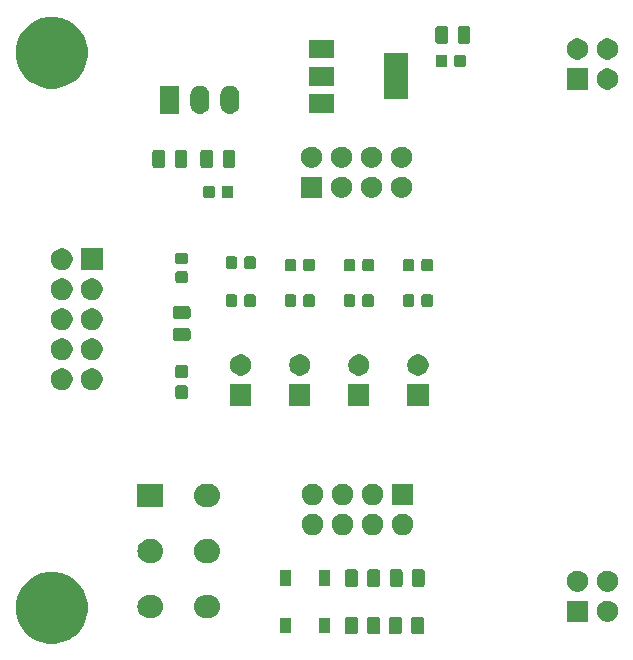
<source format=gbr>
G04 #@! TF.GenerationSoftware,KiCad,Pcbnew,(5.1.5-0-10_14)*
G04 #@! TF.CreationDate,2020-09-28T20:16:59+02:00*
G04 #@! TF.ProjectId,max_power,6d61785f-706f-4776-9572-2e6b69636164,rev?*
G04 #@! TF.SameCoordinates,Original*
G04 #@! TF.FileFunction,Soldermask,Top*
G04 #@! TF.FilePolarity,Negative*
%FSLAX46Y46*%
G04 Gerber Fmt 4.6, Leading zero omitted, Abs format (unit mm)*
G04 Created by KiCad (PCBNEW (5.1.5-0-10_14)) date 2020-09-28 20:16:59*
%MOMM*%
%LPD*%
G04 APERTURE LIST*
%ADD10C,0.100000*%
G04 APERTURE END LIST*
D10*
G36*
X37889943Y-83066248D02*
G01*
X38445189Y-83296238D01*
X38693347Y-83462052D01*
X38944899Y-83630134D01*
X39369866Y-84055101D01*
X39477144Y-84215654D01*
X39703762Y-84554811D01*
X39933752Y-85110057D01*
X40051000Y-85699501D01*
X40051000Y-86300499D01*
X39933752Y-86889943D01*
X39703762Y-87445189D01*
X39703761Y-87445190D01*
X39369866Y-87944899D01*
X38944899Y-88369866D01*
X38804573Y-88463629D01*
X38445189Y-88703762D01*
X37889943Y-88933752D01*
X37300499Y-89051000D01*
X36699501Y-89051000D01*
X36110057Y-88933752D01*
X35554811Y-88703762D01*
X35195427Y-88463629D01*
X35055101Y-88369866D01*
X34630134Y-87944899D01*
X34296239Y-87445190D01*
X34296238Y-87445189D01*
X34066248Y-86889943D01*
X33949000Y-86300499D01*
X33949000Y-85699501D01*
X34066248Y-85110057D01*
X34296238Y-84554811D01*
X34522856Y-84215654D01*
X34630134Y-84055101D01*
X35055101Y-83630134D01*
X35306653Y-83462052D01*
X35554811Y-83296238D01*
X36110057Y-83066248D01*
X36699501Y-82949000D01*
X37300499Y-82949000D01*
X37889943Y-83066248D01*
G37*
G36*
X68346968Y-86753565D02*
G01*
X68385638Y-86765296D01*
X68421277Y-86784346D01*
X68452517Y-86809983D01*
X68478154Y-86841223D01*
X68497204Y-86876862D01*
X68508935Y-86915532D01*
X68513500Y-86961888D01*
X68513500Y-88038112D01*
X68508935Y-88084468D01*
X68497204Y-88123138D01*
X68478154Y-88158777D01*
X68452517Y-88190017D01*
X68421277Y-88215654D01*
X68385638Y-88234704D01*
X68346968Y-88246435D01*
X68300612Y-88251000D01*
X67649388Y-88251000D01*
X67603032Y-88246435D01*
X67564362Y-88234704D01*
X67528723Y-88215654D01*
X67497483Y-88190017D01*
X67471846Y-88158777D01*
X67452796Y-88123138D01*
X67441065Y-88084468D01*
X67436500Y-88038112D01*
X67436500Y-86961888D01*
X67441065Y-86915532D01*
X67452796Y-86876862D01*
X67471846Y-86841223D01*
X67497483Y-86809983D01*
X67528723Y-86784346D01*
X67564362Y-86765296D01*
X67603032Y-86753565D01*
X67649388Y-86749000D01*
X68300612Y-86749000D01*
X68346968Y-86753565D01*
G37*
G36*
X66471968Y-86753565D02*
G01*
X66510638Y-86765296D01*
X66546277Y-86784346D01*
X66577517Y-86809983D01*
X66603154Y-86841223D01*
X66622204Y-86876862D01*
X66633935Y-86915532D01*
X66638500Y-86961888D01*
X66638500Y-88038112D01*
X66633935Y-88084468D01*
X66622204Y-88123138D01*
X66603154Y-88158777D01*
X66577517Y-88190017D01*
X66546277Y-88215654D01*
X66510638Y-88234704D01*
X66471968Y-88246435D01*
X66425612Y-88251000D01*
X65774388Y-88251000D01*
X65728032Y-88246435D01*
X65689362Y-88234704D01*
X65653723Y-88215654D01*
X65622483Y-88190017D01*
X65596846Y-88158777D01*
X65577796Y-88123138D01*
X65566065Y-88084468D01*
X65561500Y-88038112D01*
X65561500Y-86961888D01*
X65566065Y-86915532D01*
X65577796Y-86876862D01*
X65596846Y-86841223D01*
X65622483Y-86809983D01*
X65653723Y-86784346D01*
X65689362Y-86765296D01*
X65728032Y-86753565D01*
X65774388Y-86749000D01*
X66425612Y-86749000D01*
X66471968Y-86753565D01*
G37*
G36*
X64621968Y-86753565D02*
G01*
X64660638Y-86765296D01*
X64696277Y-86784346D01*
X64727517Y-86809983D01*
X64753154Y-86841223D01*
X64772204Y-86876862D01*
X64783935Y-86915532D01*
X64788500Y-86961888D01*
X64788500Y-88038112D01*
X64783935Y-88084468D01*
X64772204Y-88123138D01*
X64753154Y-88158777D01*
X64727517Y-88190017D01*
X64696277Y-88215654D01*
X64660638Y-88234704D01*
X64621968Y-88246435D01*
X64575612Y-88251000D01*
X63924388Y-88251000D01*
X63878032Y-88246435D01*
X63839362Y-88234704D01*
X63803723Y-88215654D01*
X63772483Y-88190017D01*
X63746846Y-88158777D01*
X63727796Y-88123138D01*
X63716065Y-88084468D01*
X63711500Y-88038112D01*
X63711500Y-86961888D01*
X63716065Y-86915532D01*
X63727796Y-86876862D01*
X63746846Y-86841223D01*
X63772483Y-86809983D01*
X63803723Y-86784346D01*
X63839362Y-86765296D01*
X63878032Y-86753565D01*
X63924388Y-86749000D01*
X64575612Y-86749000D01*
X64621968Y-86753565D01*
G37*
G36*
X62746968Y-86753565D02*
G01*
X62785638Y-86765296D01*
X62821277Y-86784346D01*
X62852517Y-86809983D01*
X62878154Y-86841223D01*
X62897204Y-86876862D01*
X62908935Y-86915532D01*
X62913500Y-86961888D01*
X62913500Y-88038112D01*
X62908935Y-88084468D01*
X62897204Y-88123138D01*
X62878154Y-88158777D01*
X62852517Y-88190017D01*
X62821277Y-88215654D01*
X62785638Y-88234704D01*
X62746968Y-88246435D01*
X62700612Y-88251000D01*
X62049388Y-88251000D01*
X62003032Y-88246435D01*
X61964362Y-88234704D01*
X61928723Y-88215654D01*
X61897483Y-88190017D01*
X61871846Y-88158777D01*
X61852796Y-88123138D01*
X61841065Y-88084468D01*
X61836500Y-88038112D01*
X61836500Y-86961888D01*
X61841065Y-86915532D01*
X61852796Y-86876862D01*
X61871846Y-86841223D01*
X61897483Y-86809983D01*
X61928723Y-86784346D01*
X61964362Y-86765296D01*
X62003032Y-86753565D01*
X62049388Y-86749000D01*
X62700612Y-86749000D01*
X62746968Y-86753565D01*
G37*
G36*
X60601000Y-88151000D02*
G01*
X59599000Y-88151000D01*
X59599000Y-86849000D01*
X60601000Y-86849000D01*
X60601000Y-88151000D01*
G37*
G36*
X57301000Y-88151000D02*
G01*
X56299000Y-88151000D01*
X56299000Y-86849000D01*
X57301000Y-86849000D01*
X57301000Y-88151000D01*
G37*
G36*
X84153512Y-85403927D02*
G01*
X84302812Y-85433624D01*
X84466784Y-85501544D01*
X84614354Y-85600147D01*
X84739853Y-85725646D01*
X84838456Y-85873216D01*
X84906376Y-86037188D01*
X84941000Y-86211259D01*
X84941000Y-86388741D01*
X84906376Y-86562812D01*
X84838456Y-86726784D01*
X84739853Y-86874354D01*
X84614354Y-86999853D01*
X84466784Y-87098456D01*
X84302812Y-87166376D01*
X84153512Y-87196073D01*
X84128742Y-87201000D01*
X83951258Y-87201000D01*
X83926488Y-87196073D01*
X83777188Y-87166376D01*
X83613216Y-87098456D01*
X83465646Y-86999853D01*
X83340147Y-86874354D01*
X83241544Y-86726784D01*
X83173624Y-86562812D01*
X83139000Y-86388741D01*
X83139000Y-86211259D01*
X83173624Y-86037188D01*
X83241544Y-85873216D01*
X83340147Y-85725646D01*
X83465646Y-85600147D01*
X83613216Y-85501544D01*
X83777188Y-85433624D01*
X83926488Y-85403927D01*
X83951258Y-85399000D01*
X84128742Y-85399000D01*
X84153512Y-85403927D01*
G37*
G36*
X82401000Y-87201000D02*
G01*
X80599000Y-87201000D01*
X80599000Y-85399000D01*
X82401000Y-85399000D01*
X82401000Y-87201000D01*
G37*
G36*
X45646228Y-84913483D02*
G01*
X45834922Y-84970723D01*
X46008815Y-85063671D01*
X46161239Y-85188761D01*
X46286329Y-85341185D01*
X46379277Y-85515078D01*
X46436517Y-85703772D01*
X46455843Y-85900000D01*
X46436517Y-86096228D01*
X46379277Y-86284922D01*
X46286329Y-86458815D01*
X46161239Y-86611239D01*
X46008815Y-86736329D01*
X45834922Y-86829277D01*
X45646228Y-86886517D01*
X45499175Y-86901000D01*
X45200825Y-86901000D01*
X45053772Y-86886517D01*
X44865078Y-86829277D01*
X44691185Y-86736329D01*
X44538761Y-86611239D01*
X44413671Y-86458815D01*
X44320723Y-86284922D01*
X44263483Y-86096228D01*
X44244157Y-85900000D01*
X44263483Y-85703772D01*
X44320723Y-85515078D01*
X44413671Y-85341185D01*
X44538761Y-85188761D01*
X44691185Y-85063671D01*
X44865078Y-84970723D01*
X45053772Y-84913483D01*
X45200825Y-84899000D01*
X45499175Y-84899000D01*
X45646228Y-84913483D01*
G37*
G36*
X50446228Y-84913483D02*
G01*
X50634922Y-84970723D01*
X50808815Y-85063671D01*
X50961239Y-85188761D01*
X51086329Y-85341185D01*
X51179277Y-85515078D01*
X51236517Y-85703772D01*
X51255843Y-85900000D01*
X51236517Y-86096228D01*
X51179277Y-86284922D01*
X51086329Y-86458815D01*
X50961239Y-86611239D01*
X50808815Y-86736329D01*
X50634922Y-86829277D01*
X50446228Y-86886517D01*
X50299175Y-86901000D01*
X50000825Y-86901000D01*
X49853772Y-86886517D01*
X49665078Y-86829277D01*
X49491185Y-86736329D01*
X49338761Y-86611239D01*
X49213671Y-86458815D01*
X49120723Y-86284922D01*
X49063483Y-86096228D01*
X49044157Y-85900000D01*
X49063483Y-85703772D01*
X49120723Y-85515078D01*
X49213671Y-85341185D01*
X49338761Y-85188761D01*
X49491185Y-85063671D01*
X49665078Y-84970723D01*
X49853772Y-84913483D01*
X50000825Y-84899000D01*
X50299175Y-84899000D01*
X50446228Y-84913483D01*
G37*
G36*
X84153512Y-82863927D02*
G01*
X84302812Y-82893624D01*
X84466784Y-82961544D01*
X84614354Y-83060147D01*
X84739853Y-83185646D01*
X84838456Y-83333216D01*
X84906376Y-83497188D01*
X84941000Y-83671259D01*
X84941000Y-83848741D01*
X84906376Y-84022812D01*
X84838456Y-84186784D01*
X84739853Y-84334354D01*
X84614354Y-84459853D01*
X84466784Y-84558456D01*
X84302812Y-84626376D01*
X84153512Y-84656073D01*
X84128742Y-84661000D01*
X83951258Y-84661000D01*
X83926488Y-84656073D01*
X83777188Y-84626376D01*
X83613216Y-84558456D01*
X83465646Y-84459853D01*
X83340147Y-84334354D01*
X83241544Y-84186784D01*
X83173624Y-84022812D01*
X83139000Y-83848741D01*
X83139000Y-83671259D01*
X83173624Y-83497188D01*
X83241544Y-83333216D01*
X83340147Y-83185646D01*
X83465646Y-83060147D01*
X83613216Y-82961544D01*
X83777188Y-82893624D01*
X83926488Y-82863927D01*
X83951258Y-82859000D01*
X84128742Y-82859000D01*
X84153512Y-82863927D01*
G37*
G36*
X81613512Y-82863927D02*
G01*
X81762812Y-82893624D01*
X81926784Y-82961544D01*
X82074354Y-83060147D01*
X82199853Y-83185646D01*
X82298456Y-83333216D01*
X82366376Y-83497188D01*
X82401000Y-83671259D01*
X82401000Y-83848741D01*
X82366376Y-84022812D01*
X82298456Y-84186784D01*
X82199853Y-84334354D01*
X82074354Y-84459853D01*
X81926784Y-84558456D01*
X81762812Y-84626376D01*
X81613512Y-84656073D01*
X81588742Y-84661000D01*
X81411258Y-84661000D01*
X81386488Y-84656073D01*
X81237188Y-84626376D01*
X81073216Y-84558456D01*
X80925646Y-84459853D01*
X80800147Y-84334354D01*
X80701544Y-84186784D01*
X80633624Y-84022812D01*
X80599000Y-83848741D01*
X80599000Y-83671259D01*
X80633624Y-83497188D01*
X80701544Y-83333216D01*
X80800147Y-83185646D01*
X80925646Y-83060147D01*
X81073216Y-82961544D01*
X81237188Y-82893624D01*
X81386488Y-82863927D01*
X81411258Y-82859000D01*
X81588742Y-82859000D01*
X81613512Y-82863927D01*
G37*
G36*
X66534468Y-82753565D02*
G01*
X66573138Y-82765296D01*
X66608777Y-82784346D01*
X66640017Y-82809983D01*
X66665654Y-82841223D01*
X66684704Y-82876862D01*
X66696435Y-82915532D01*
X66701000Y-82961888D01*
X66701000Y-84038112D01*
X66696435Y-84084468D01*
X66684704Y-84123138D01*
X66665654Y-84158777D01*
X66640017Y-84190017D01*
X66608777Y-84215654D01*
X66573138Y-84234704D01*
X66534468Y-84246435D01*
X66488112Y-84251000D01*
X65836888Y-84251000D01*
X65790532Y-84246435D01*
X65751862Y-84234704D01*
X65716223Y-84215654D01*
X65684983Y-84190017D01*
X65659346Y-84158777D01*
X65640296Y-84123138D01*
X65628565Y-84084468D01*
X65624000Y-84038112D01*
X65624000Y-82961888D01*
X65628565Y-82915532D01*
X65640296Y-82876862D01*
X65659346Y-82841223D01*
X65684983Y-82809983D01*
X65716223Y-82784346D01*
X65751862Y-82765296D01*
X65790532Y-82753565D01*
X65836888Y-82749000D01*
X66488112Y-82749000D01*
X66534468Y-82753565D01*
G37*
G36*
X68409468Y-82753565D02*
G01*
X68448138Y-82765296D01*
X68483777Y-82784346D01*
X68515017Y-82809983D01*
X68540654Y-82841223D01*
X68559704Y-82876862D01*
X68571435Y-82915532D01*
X68576000Y-82961888D01*
X68576000Y-84038112D01*
X68571435Y-84084468D01*
X68559704Y-84123138D01*
X68540654Y-84158777D01*
X68515017Y-84190017D01*
X68483777Y-84215654D01*
X68448138Y-84234704D01*
X68409468Y-84246435D01*
X68363112Y-84251000D01*
X67711888Y-84251000D01*
X67665532Y-84246435D01*
X67626862Y-84234704D01*
X67591223Y-84215654D01*
X67559983Y-84190017D01*
X67534346Y-84158777D01*
X67515296Y-84123138D01*
X67503565Y-84084468D01*
X67499000Y-84038112D01*
X67499000Y-82961888D01*
X67503565Y-82915532D01*
X67515296Y-82876862D01*
X67534346Y-82841223D01*
X67559983Y-82809983D01*
X67591223Y-82784346D01*
X67626862Y-82765296D01*
X67665532Y-82753565D01*
X67711888Y-82749000D01*
X68363112Y-82749000D01*
X68409468Y-82753565D01*
G37*
G36*
X64621968Y-82753565D02*
G01*
X64660638Y-82765296D01*
X64696277Y-82784346D01*
X64727517Y-82809983D01*
X64753154Y-82841223D01*
X64772204Y-82876862D01*
X64783935Y-82915532D01*
X64788500Y-82961888D01*
X64788500Y-84038112D01*
X64783935Y-84084468D01*
X64772204Y-84123138D01*
X64753154Y-84158777D01*
X64727517Y-84190017D01*
X64696277Y-84215654D01*
X64660638Y-84234704D01*
X64621968Y-84246435D01*
X64575612Y-84251000D01*
X63924388Y-84251000D01*
X63878032Y-84246435D01*
X63839362Y-84234704D01*
X63803723Y-84215654D01*
X63772483Y-84190017D01*
X63746846Y-84158777D01*
X63727796Y-84123138D01*
X63716065Y-84084468D01*
X63711500Y-84038112D01*
X63711500Y-82961888D01*
X63716065Y-82915532D01*
X63727796Y-82876862D01*
X63746846Y-82841223D01*
X63772483Y-82809983D01*
X63803723Y-82784346D01*
X63839362Y-82765296D01*
X63878032Y-82753565D01*
X63924388Y-82749000D01*
X64575612Y-82749000D01*
X64621968Y-82753565D01*
G37*
G36*
X62746968Y-82753565D02*
G01*
X62785638Y-82765296D01*
X62821277Y-82784346D01*
X62852517Y-82809983D01*
X62878154Y-82841223D01*
X62897204Y-82876862D01*
X62908935Y-82915532D01*
X62913500Y-82961888D01*
X62913500Y-84038112D01*
X62908935Y-84084468D01*
X62897204Y-84123138D01*
X62878154Y-84158777D01*
X62852517Y-84190017D01*
X62821277Y-84215654D01*
X62785638Y-84234704D01*
X62746968Y-84246435D01*
X62700612Y-84251000D01*
X62049388Y-84251000D01*
X62003032Y-84246435D01*
X61964362Y-84234704D01*
X61928723Y-84215654D01*
X61897483Y-84190017D01*
X61871846Y-84158777D01*
X61852796Y-84123138D01*
X61841065Y-84084468D01*
X61836500Y-84038112D01*
X61836500Y-82961888D01*
X61841065Y-82915532D01*
X61852796Y-82876862D01*
X61871846Y-82841223D01*
X61897483Y-82809983D01*
X61928723Y-82784346D01*
X61964362Y-82765296D01*
X62003032Y-82753565D01*
X62049388Y-82749000D01*
X62700612Y-82749000D01*
X62746968Y-82753565D01*
G37*
G36*
X60601000Y-84151000D02*
G01*
X59599000Y-84151000D01*
X59599000Y-82849000D01*
X60601000Y-82849000D01*
X60601000Y-84151000D01*
G37*
G36*
X57301000Y-84151000D02*
G01*
X56299000Y-84151000D01*
X56299000Y-82849000D01*
X57301000Y-82849000D01*
X57301000Y-84151000D01*
G37*
G36*
X50446228Y-80213483D02*
G01*
X50634922Y-80270723D01*
X50808815Y-80363671D01*
X50961239Y-80488761D01*
X51086329Y-80641185D01*
X51179277Y-80815078D01*
X51236517Y-81003772D01*
X51255843Y-81200000D01*
X51236517Y-81396228D01*
X51179277Y-81584922D01*
X51086329Y-81758815D01*
X50961239Y-81911239D01*
X50808815Y-82036329D01*
X50634922Y-82129277D01*
X50446228Y-82186517D01*
X50299175Y-82201000D01*
X50000825Y-82201000D01*
X49853772Y-82186517D01*
X49665078Y-82129277D01*
X49491185Y-82036329D01*
X49338761Y-81911239D01*
X49213671Y-81758815D01*
X49120723Y-81584922D01*
X49063483Y-81396228D01*
X49044157Y-81200000D01*
X49063483Y-81003772D01*
X49120723Y-80815078D01*
X49213671Y-80641185D01*
X49338761Y-80488761D01*
X49491185Y-80363671D01*
X49665078Y-80270723D01*
X49853772Y-80213483D01*
X50000825Y-80199000D01*
X50299175Y-80199000D01*
X50446228Y-80213483D01*
G37*
G36*
X45646228Y-80213483D02*
G01*
X45834922Y-80270723D01*
X46008815Y-80363671D01*
X46161239Y-80488761D01*
X46286329Y-80641185D01*
X46379277Y-80815078D01*
X46436517Y-81003772D01*
X46455843Y-81200000D01*
X46436517Y-81396228D01*
X46379277Y-81584922D01*
X46286329Y-81758815D01*
X46161239Y-81911239D01*
X46008815Y-82036329D01*
X45834922Y-82129277D01*
X45646228Y-82186517D01*
X45499175Y-82201000D01*
X45200825Y-82201000D01*
X45053772Y-82186517D01*
X44865078Y-82129277D01*
X44691185Y-82036329D01*
X44538761Y-81911239D01*
X44413671Y-81758815D01*
X44320723Y-81584922D01*
X44263483Y-81396228D01*
X44244157Y-81200000D01*
X44263483Y-81003772D01*
X44320723Y-80815078D01*
X44413671Y-80641185D01*
X44538761Y-80488761D01*
X44691185Y-80363671D01*
X44865078Y-80270723D01*
X45053772Y-80213483D01*
X45200825Y-80199000D01*
X45499175Y-80199000D01*
X45646228Y-80213483D01*
G37*
G36*
X64273512Y-78043927D02*
G01*
X64422812Y-78073624D01*
X64586784Y-78141544D01*
X64734354Y-78240147D01*
X64859853Y-78365646D01*
X64958456Y-78513216D01*
X65026376Y-78677188D01*
X65061000Y-78851259D01*
X65061000Y-79028741D01*
X65026376Y-79202812D01*
X64958456Y-79366784D01*
X64859853Y-79514354D01*
X64734354Y-79639853D01*
X64586784Y-79738456D01*
X64422812Y-79806376D01*
X64273512Y-79836073D01*
X64248742Y-79841000D01*
X64071258Y-79841000D01*
X64046488Y-79836073D01*
X63897188Y-79806376D01*
X63733216Y-79738456D01*
X63585646Y-79639853D01*
X63460147Y-79514354D01*
X63361544Y-79366784D01*
X63293624Y-79202812D01*
X63259000Y-79028741D01*
X63259000Y-78851259D01*
X63293624Y-78677188D01*
X63361544Y-78513216D01*
X63460147Y-78365646D01*
X63585646Y-78240147D01*
X63733216Y-78141544D01*
X63897188Y-78073624D01*
X64046488Y-78043927D01*
X64071258Y-78039000D01*
X64248742Y-78039000D01*
X64273512Y-78043927D01*
G37*
G36*
X61733512Y-78043927D02*
G01*
X61882812Y-78073624D01*
X62046784Y-78141544D01*
X62194354Y-78240147D01*
X62319853Y-78365646D01*
X62418456Y-78513216D01*
X62486376Y-78677188D01*
X62521000Y-78851259D01*
X62521000Y-79028741D01*
X62486376Y-79202812D01*
X62418456Y-79366784D01*
X62319853Y-79514354D01*
X62194354Y-79639853D01*
X62046784Y-79738456D01*
X61882812Y-79806376D01*
X61733512Y-79836073D01*
X61708742Y-79841000D01*
X61531258Y-79841000D01*
X61506488Y-79836073D01*
X61357188Y-79806376D01*
X61193216Y-79738456D01*
X61045646Y-79639853D01*
X60920147Y-79514354D01*
X60821544Y-79366784D01*
X60753624Y-79202812D01*
X60719000Y-79028741D01*
X60719000Y-78851259D01*
X60753624Y-78677188D01*
X60821544Y-78513216D01*
X60920147Y-78365646D01*
X61045646Y-78240147D01*
X61193216Y-78141544D01*
X61357188Y-78073624D01*
X61506488Y-78043927D01*
X61531258Y-78039000D01*
X61708742Y-78039000D01*
X61733512Y-78043927D01*
G37*
G36*
X59193512Y-78043927D02*
G01*
X59342812Y-78073624D01*
X59506784Y-78141544D01*
X59654354Y-78240147D01*
X59779853Y-78365646D01*
X59878456Y-78513216D01*
X59946376Y-78677188D01*
X59981000Y-78851259D01*
X59981000Y-79028741D01*
X59946376Y-79202812D01*
X59878456Y-79366784D01*
X59779853Y-79514354D01*
X59654354Y-79639853D01*
X59506784Y-79738456D01*
X59342812Y-79806376D01*
X59193512Y-79836073D01*
X59168742Y-79841000D01*
X58991258Y-79841000D01*
X58966488Y-79836073D01*
X58817188Y-79806376D01*
X58653216Y-79738456D01*
X58505646Y-79639853D01*
X58380147Y-79514354D01*
X58281544Y-79366784D01*
X58213624Y-79202812D01*
X58179000Y-79028741D01*
X58179000Y-78851259D01*
X58213624Y-78677188D01*
X58281544Y-78513216D01*
X58380147Y-78365646D01*
X58505646Y-78240147D01*
X58653216Y-78141544D01*
X58817188Y-78073624D01*
X58966488Y-78043927D01*
X58991258Y-78039000D01*
X59168742Y-78039000D01*
X59193512Y-78043927D01*
G37*
G36*
X66813512Y-78043927D02*
G01*
X66962812Y-78073624D01*
X67126784Y-78141544D01*
X67274354Y-78240147D01*
X67399853Y-78365646D01*
X67498456Y-78513216D01*
X67566376Y-78677188D01*
X67601000Y-78851259D01*
X67601000Y-79028741D01*
X67566376Y-79202812D01*
X67498456Y-79366784D01*
X67399853Y-79514354D01*
X67274354Y-79639853D01*
X67126784Y-79738456D01*
X66962812Y-79806376D01*
X66813512Y-79836073D01*
X66788742Y-79841000D01*
X66611258Y-79841000D01*
X66586488Y-79836073D01*
X66437188Y-79806376D01*
X66273216Y-79738456D01*
X66125646Y-79639853D01*
X66000147Y-79514354D01*
X65901544Y-79366784D01*
X65833624Y-79202812D01*
X65799000Y-79028741D01*
X65799000Y-78851259D01*
X65833624Y-78677188D01*
X65901544Y-78513216D01*
X66000147Y-78365646D01*
X66125646Y-78240147D01*
X66273216Y-78141544D01*
X66437188Y-78073624D01*
X66586488Y-78043927D01*
X66611258Y-78039000D01*
X66788742Y-78039000D01*
X66813512Y-78043927D01*
G37*
G36*
X46451000Y-77501000D02*
G01*
X44249000Y-77501000D01*
X44249000Y-75499000D01*
X46451000Y-75499000D01*
X46451000Y-77501000D01*
G37*
G36*
X50446228Y-75513483D02*
G01*
X50634922Y-75570723D01*
X50808815Y-75663671D01*
X50961239Y-75788761D01*
X51086329Y-75941185D01*
X51179277Y-76115078D01*
X51236517Y-76303772D01*
X51255843Y-76500000D01*
X51236517Y-76696228D01*
X51179277Y-76884922D01*
X51086329Y-77058815D01*
X50961239Y-77211239D01*
X50808815Y-77336329D01*
X50634922Y-77429277D01*
X50446228Y-77486517D01*
X50299175Y-77501000D01*
X50000825Y-77501000D01*
X49853772Y-77486517D01*
X49665078Y-77429277D01*
X49491185Y-77336329D01*
X49338761Y-77211239D01*
X49213671Y-77058815D01*
X49120723Y-76884922D01*
X49063483Y-76696228D01*
X49044157Y-76500000D01*
X49063483Y-76303772D01*
X49120723Y-76115078D01*
X49213671Y-75941185D01*
X49338761Y-75788761D01*
X49491185Y-75663671D01*
X49665078Y-75570723D01*
X49853772Y-75513483D01*
X50000825Y-75499000D01*
X50299175Y-75499000D01*
X50446228Y-75513483D01*
G37*
G36*
X59193512Y-75503927D02*
G01*
X59342812Y-75533624D01*
X59506784Y-75601544D01*
X59654354Y-75700147D01*
X59779853Y-75825646D01*
X59878456Y-75973216D01*
X59946376Y-76137188D01*
X59976073Y-76286488D01*
X59979511Y-76303770D01*
X59981000Y-76311259D01*
X59981000Y-76488741D01*
X59946376Y-76662812D01*
X59878456Y-76826784D01*
X59779853Y-76974354D01*
X59654354Y-77099853D01*
X59506784Y-77198456D01*
X59342812Y-77266376D01*
X59193512Y-77296073D01*
X59168742Y-77301000D01*
X58991258Y-77301000D01*
X58966488Y-77296073D01*
X58817188Y-77266376D01*
X58653216Y-77198456D01*
X58505646Y-77099853D01*
X58380147Y-76974354D01*
X58281544Y-76826784D01*
X58213624Y-76662812D01*
X58179000Y-76488741D01*
X58179000Y-76311259D01*
X58180490Y-76303770D01*
X58183927Y-76286488D01*
X58213624Y-76137188D01*
X58281544Y-75973216D01*
X58380147Y-75825646D01*
X58505646Y-75700147D01*
X58653216Y-75601544D01*
X58817188Y-75533624D01*
X58966488Y-75503927D01*
X58991258Y-75499000D01*
X59168742Y-75499000D01*
X59193512Y-75503927D01*
G37*
G36*
X61733512Y-75503927D02*
G01*
X61882812Y-75533624D01*
X62046784Y-75601544D01*
X62194354Y-75700147D01*
X62319853Y-75825646D01*
X62418456Y-75973216D01*
X62486376Y-76137188D01*
X62516073Y-76286488D01*
X62519511Y-76303770D01*
X62521000Y-76311259D01*
X62521000Y-76488741D01*
X62486376Y-76662812D01*
X62418456Y-76826784D01*
X62319853Y-76974354D01*
X62194354Y-77099853D01*
X62046784Y-77198456D01*
X61882812Y-77266376D01*
X61733512Y-77296073D01*
X61708742Y-77301000D01*
X61531258Y-77301000D01*
X61506488Y-77296073D01*
X61357188Y-77266376D01*
X61193216Y-77198456D01*
X61045646Y-77099853D01*
X60920147Y-76974354D01*
X60821544Y-76826784D01*
X60753624Y-76662812D01*
X60719000Y-76488741D01*
X60719000Y-76311259D01*
X60720490Y-76303770D01*
X60723927Y-76286488D01*
X60753624Y-76137188D01*
X60821544Y-75973216D01*
X60920147Y-75825646D01*
X61045646Y-75700147D01*
X61193216Y-75601544D01*
X61357188Y-75533624D01*
X61506488Y-75503927D01*
X61531258Y-75499000D01*
X61708742Y-75499000D01*
X61733512Y-75503927D01*
G37*
G36*
X64273512Y-75503927D02*
G01*
X64422812Y-75533624D01*
X64586784Y-75601544D01*
X64734354Y-75700147D01*
X64859853Y-75825646D01*
X64958456Y-75973216D01*
X65026376Y-76137188D01*
X65056073Y-76286488D01*
X65059511Y-76303770D01*
X65061000Y-76311259D01*
X65061000Y-76488741D01*
X65026376Y-76662812D01*
X64958456Y-76826784D01*
X64859853Y-76974354D01*
X64734354Y-77099853D01*
X64586784Y-77198456D01*
X64422812Y-77266376D01*
X64273512Y-77296073D01*
X64248742Y-77301000D01*
X64071258Y-77301000D01*
X64046488Y-77296073D01*
X63897188Y-77266376D01*
X63733216Y-77198456D01*
X63585646Y-77099853D01*
X63460147Y-76974354D01*
X63361544Y-76826784D01*
X63293624Y-76662812D01*
X63259000Y-76488741D01*
X63259000Y-76311259D01*
X63260490Y-76303770D01*
X63263927Y-76286488D01*
X63293624Y-76137188D01*
X63361544Y-75973216D01*
X63460147Y-75825646D01*
X63585646Y-75700147D01*
X63733216Y-75601544D01*
X63897188Y-75533624D01*
X64046488Y-75503927D01*
X64071258Y-75499000D01*
X64248742Y-75499000D01*
X64273512Y-75503927D01*
G37*
G36*
X67601000Y-77301000D02*
G01*
X65799000Y-77301000D01*
X65799000Y-75499000D01*
X67601000Y-75499000D01*
X67601000Y-77301000D01*
G37*
G36*
X53901000Y-68901000D02*
G01*
X52099000Y-68901000D01*
X52099000Y-67099000D01*
X53901000Y-67099000D01*
X53901000Y-68901000D01*
G37*
G36*
X58901000Y-68901000D02*
G01*
X57099000Y-68901000D01*
X57099000Y-67099000D01*
X58901000Y-67099000D01*
X58901000Y-68901000D01*
G37*
G36*
X63901000Y-68901000D02*
G01*
X62099000Y-68901000D01*
X62099000Y-67099000D01*
X63901000Y-67099000D01*
X63901000Y-68901000D01*
G37*
G36*
X68901000Y-68901000D02*
G01*
X67099000Y-68901000D01*
X67099000Y-67099000D01*
X68901000Y-67099000D01*
X68901000Y-68901000D01*
G37*
G36*
X48364499Y-67178445D02*
G01*
X48401995Y-67189820D01*
X48436554Y-67208292D01*
X48466847Y-67233153D01*
X48491708Y-67263446D01*
X48510180Y-67298005D01*
X48521555Y-67335501D01*
X48526000Y-67380638D01*
X48526000Y-68119362D01*
X48521555Y-68164499D01*
X48510180Y-68201995D01*
X48491708Y-68236554D01*
X48466847Y-68266847D01*
X48436554Y-68291708D01*
X48401995Y-68310180D01*
X48364499Y-68321555D01*
X48319362Y-68326000D01*
X47680638Y-68326000D01*
X47635501Y-68321555D01*
X47598005Y-68310180D01*
X47563446Y-68291708D01*
X47533153Y-68266847D01*
X47508292Y-68236554D01*
X47489820Y-68201995D01*
X47478445Y-68164499D01*
X47474000Y-68119362D01*
X47474000Y-67380638D01*
X47478445Y-67335501D01*
X47489820Y-67298005D01*
X47508292Y-67263446D01*
X47533153Y-67233153D01*
X47563446Y-67208292D01*
X47598005Y-67189820D01*
X47635501Y-67178445D01*
X47680638Y-67174000D01*
X48319362Y-67174000D01*
X48364499Y-67178445D01*
G37*
G36*
X40666778Y-65780547D02*
G01*
X40833224Y-65849491D01*
X40983022Y-65949583D01*
X41110417Y-66076978D01*
X41210509Y-66226776D01*
X41279453Y-66393222D01*
X41314600Y-66569918D01*
X41314600Y-66750082D01*
X41279453Y-66926778D01*
X41210509Y-67093224D01*
X41110417Y-67243022D01*
X40983022Y-67370417D01*
X40833224Y-67470509D01*
X40666778Y-67539453D01*
X40490082Y-67574600D01*
X40309918Y-67574600D01*
X40133222Y-67539453D01*
X39966776Y-67470509D01*
X39816978Y-67370417D01*
X39689583Y-67243022D01*
X39589491Y-67093224D01*
X39520547Y-66926778D01*
X39485400Y-66750082D01*
X39485400Y-66569918D01*
X39520547Y-66393222D01*
X39589491Y-66226776D01*
X39689583Y-66076978D01*
X39816978Y-65949583D01*
X39966776Y-65849491D01*
X40133222Y-65780547D01*
X40309918Y-65745400D01*
X40490082Y-65745400D01*
X40666778Y-65780547D01*
G37*
G36*
X38126778Y-65780547D02*
G01*
X38293224Y-65849491D01*
X38443022Y-65949583D01*
X38570417Y-66076978D01*
X38670509Y-66226776D01*
X38739453Y-66393222D01*
X38774600Y-66569918D01*
X38774600Y-66750082D01*
X38739453Y-66926778D01*
X38670509Y-67093224D01*
X38570417Y-67243022D01*
X38443022Y-67370417D01*
X38293224Y-67470509D01*
X38126778Y-67539453D01*
X37950082Y-67574600D01*
X37769918Y-67574600D01*
X37593222Y-67539453D01*
X37426776Y-67470509D01*
X37276978Y-67370417D01*
X37149583Y-67243022D01*
X37049491Y-67093224D01*
X36980547Y-66926778D01*
X36945400Y-66750082D01*
X36945400Y-66569918D01*
X36980547Y-66393222D01*
X37049491Y-66226776D01*
X37149583Y-66076978D01*
X37276978Y-65949583D01*
X37426776Y-65849491D01*
X37593222Y-65780547D01*
X37769918Y-65745400D01*
X37950082Y-65745400D01*
X38126778Y-65780547D01*
G37*
G36*
X48364499Y-65428445D02*
G01*
X48401995Y-65439820D01*
X48436554Y-65458292D01*
X48466847Y-65483153D01*
X48491708Y-65513446D01*
X48510180Y-65548005D01*
X48521555Y-65585501D01*
X48526000Y-65630638D01*
X48526000Y-66369362D01*
X48521555Y-66414499D01*
X48510180Y-66451995D01*
X48491708Y-66486554D01*
X48466847Y-66516847D01*
X48436554Y-66541708D01*
X48401995Y-66560180D01*
X48364499Y-66571555D01*
X48319362Y-66576000D01*
X47680638Y-66576000D01*
X47635501Y-66571555D01*
X47598005Y-66560180D01*
X47563446Y-66541708D01*
X47533153Y-66516847D01*
X47508292Y-66486554D01*
X47489820Y-66451995D01*
X47478445Y-66414499D01*
X47474000Y-66369362D01*
X47474000Y-65630638D01*
X47478445Y-65585501D01*
X47489820Y-65548005D01*
X47508292Y-65513446D01*
X47533153Y-65483153D01*
X47563446Y-65458292D01*
X47598005Y-65439820D01*
X47635501Y-65428445D01*
X47680638Y-65424000D01*
X48319362Y-65424000D01*
X48364499Y-65428445D01*
G37*
G36*
X68113512Y-64563927D02*
G01*
X68262812Y-64593624D01*
X68426784Y-64661544D01*
X68574354Y-64760147D01*
X68699853Y-64885646D01*
X68798456Y-65033216D01*
X68866376Y-65197188D01*
X68901000Y-65371259D01*
X68901000Y-65548741D01*
X68866376Y-65722812D01*
X68798456Y-65886784D01*
X68699853Y-66034354D01*
X68574354Y-66159853D01*
X68426784Y-66258456D01*
X68262812Y-66326376D01*
X68113512Y-66356073D01*
X68088742Y-66361000D01*
X67911258Y-66361000D01*
X67886488Y-66356073D01*
X67737188Y-66326376D01*
X67573216Y-66258456D01*
X67425646Y-66159853D01*
X67300147Y-66034354D01*
X67201544Y-65886784D01*
X67133624Y-65722812D01*
X67099000Y-65548741D01*
X67099000Y-65371259D01*
X67133624Y-65197188D01*
X67201544Y-65033216D01*
X67300147Y-64885646D01*
X67425646Y-64760147D01*
X67573216Y-64661544D01*
X67737188Y-64593624D01*
X67886488Y-64563927D01*
X67911258Y-64559000D01*
X68088742Y-64559000D01*
X68113512Y-64563927D01*
G37*
G36*
X63113512Y-64563927D02*
G01*
X63262812Y-64593624D01*
X63426784Y-64661544D01*
X63574354Y-64760147D01*
X63699853Y-64885646D01*
X63798456Y-65033216D01*
X63866376Y-65197188D01*
X63901000Y-65371259D01*
X63901000Y-65548741D01*
X63866376Y-65722812D01*
X63798456Y-65886784D01*
X63699853Y-66034354D01*
X63574354Y-66159853D01*
X63426784Y-66258456D01*
X63262812Y-66326376D01*
X63113512Y-66356073D01*
X63088742Y-66361000D01*
X62911258Y-66361000D01*
X62886488Y-66356073D01*
X62737188Y-66326376D01*
X62573216Y-66258456D01*
X62425646Y-66159853D01*
X62300147Y-66034354D01*
X62201544Y-65886784D01*
X62133624Y-65722812D01*
X62099000Y-65548741D01*
X62099000Y-65371259D01*
X62133624Y-65197188D01*
X62201544Y-65033216D01*
X62300147Y-64885646D01*
X62425646Y-64760147D01*
X62573216Y-64661544D01*
X62737188Y-64593624D01*
X62886488Y-64563927D01*
X62911258Y-64559000D01*
X63088742Y-64559000D01*
X63113512Y-64563927D01*
G37*
G36*
X58113512Y-64563927D02*
G01*
X58262812Y-64593624D01*
X58426784Y-64661544D01*
X58574354Y-64760147D01*
X58699853Y-64885646D01*
X58798456Y-65033216D01*
X58866376Y-65197188D01*
X58901000Y-65371259D01*
X58901000Y-65548741D01*
X58866376Y-65722812D01*
X58798456Y-65886784D01*
X58699853Y-66034354D01*
X58574354Y-66159853D01*
X58426784Y-66258456D01*
X58262812Y-66326376D01*
X58113512Y-66356073D01*
X58088742Y-66361000D01*
X57911258Y-66361000D01*
X57886488Y-66356073D01*
X57737188Y-66326376D01*
X57573216Y-66258456D01*
X57425646Y-66159853D01*
X57300147Y-66034354D01*
X57201544Y-65886784D01*
X57133624Y-65722812D01*
X57099000Y-65548741D01*
X57099000Y-65371259D01*
X57133624Y-65197188D01*
X57201544Y-65033216D01*
X57300147Y-64885646D01*
X57425646Y-64760147D01*
X57573216Y-64661544D01*
X57737188Y-64593624D01*
X57886488Y-64563927D01*
X57911258Y-64559000D01*
X58088742Y-64559000D01*
X58113512Y-64563927D01*
G37*
G36*
X53113512Y-64563927D02*
G01*
X53262812Y-64593624D01*
X53426784Y-64661544D01*
X53574354Y-64760147D01*
X53699853Y-64885646D01*
X53798456Y-65033216D01*
X53866376Y-65197188D01*
X53901000Y-65371259D01*
X53901000Y-65548741D01*
X53866376Y-65722812D01*
X53798456Y-65886784D01*
X53699853Y-66034354D01*
X53574354Y-66159853D01*
X53426784Y-66258456D01*
X53262812Y-66326376D01*
X53113512Y-66356073D01*
X53088742Y-66361000D01*
X52911258Y-66361000D01*
X52886488Y-66356073D01*
X52737188Y-66326376D01*
X52573216Y-66258456D01*
X52425646Y-66159853D01*
X52300147Y-66034354D01*
X52201544Y-65886784D01*
X52133624Y-65722812D01*
X52099000Y-65548741D01*
X52099000Y-65371259D01*
X52133624Y-65197188D01*
X52201544Y-65033216D01*
X52300147Y-64885646D01*
X52425646Y-64760147D01*
X52573216Y-64661544D01*
X52737188Y-64593624D01*
X52886488Y-64563927D01*
X52911258Y-64559000D01*
X53088742Y-64559000D01*
X53113512Y-64563927D01*
G37*
G36*
X40666778Y-63240547D02*
G01*
X40833224Y-63309491D01*
X40983022Y-63409583D01*
X41110417Y-63536978D01*
X41210509Y-63686776D01*
X41279453Y-63853222D01*
X41314600Y-64029918D01*
X41314600Y-64210082D01*
X41279453Y-64386778D01*
X41210509Y-64553224D01*
X41110417Y-64703022D01*
X40983022Y-64830417D01*
X40833224Y-64930509D01*
X40666778Y-64999453D01*
X40490082Y-65034600D01*
X40309918Y-65034600D01*
X40133222Y-64999453D01*
X39966776Y-64930509D01*
X39816978Y-64830417D01*
X39689583Y-64703022D01*
X39589491Y-64553224D01*
X39520547Y-64386778D01*
X39485400Y-64210082D01*
X39485400Y-64029918D01*
X39520547Y-63853222D01*
X39589491Y-63686776D01*
X39689583Y-63536978D01*
X39816978Y-63409583D01*
X39966776Y-63309491D01*
X40133222Y-63240547D01*
X40309918Y-63205400D01*
X40490082Y-63205400D01*
X40666778Y-63240547D01*
G37*
G36*
X38126778Y-63240547D02*
G01*
X38293224Y-63309491D01*
X38443022Y-63409583D01*
X38570417Y-63536978D01*
X38670509Y-63686776D01*
X38739453Y-63853222D01*
X38774600Y-64029918D01*
X38774600Y-64210082D01*
X38739453Y-64386778D01*
X38670509Y-64553224D01*
X38570417Y-64703022D01*
X38443022Y-64830417D01*
X38293224Y-64930509D01*
X38126778Y-64999453D01*
X37950082Y-65034600D01*
X37769918Y-65034600D01*
X37593222Y-64999453D01*
X37426776Y-64930509D01*
X37276978Y-64830417D01*
X37149583Y-64703022D01*
X37049491Y-64553224D01*
X36980547Y-64386778D01*
X36945400Y-64210082D01*
X36945400Y-64029918D01*
X36980547Y-63853222D01*
X37049491Y-63686776D01*
X37149583Y-63536978D01*
X37276978Y-63409583D01*
X37426776Y-63309491D01*
X37593222Y-63240547D01*
X37769918Y-63205400D01*
X37950082Y-63205400D01*
X38126778Y-63240547D01*
G37*
G36*
X48584468Y-62341065D02*
G01*
X48623138Y-62352796D01*
X48658777Y-62371846D01*
X48690017Y-62397483D01*
X48715654Y-62428723D01*
X48734704Y-62464362D01*
X48746435Y-62503032D01*
X48751000Y-62549388D01*
X48751000Y-63200612D01*
X48746435Y-63246968D01*
X48734704Y-63285638D01*
X48715654Y-63321277D01*
X48690017Y-63352517D01*
X48658777Y-63378154D01*
X48623138Y-63397204D01*
X48584468Y-63408935D01*
X48538112Y-63413500D01*
X47461888Y-63413500D01*
X47415532Y-63408935D01*
X47376862Y-63397204D01*
X47341223Y-63378154D01*
X47309983Y-63352517D01*
X47284346Y-63321277D01*
X47265296Y-63285638D01*
X47253565Y-63246968D01*
X47249000Y-63200612D01*
X47249000Y-62549388D01*
X47253565Y-62503032D01*
X47265296Y-62464362D01*
X47284346Y-62428723D01*
X47309983Y-62397483D01*
X47341223Y-62371846D01*
X47376862Y-62352796D01*
X47415532Y-62341065D01*
X47461888Y-62336500D01*
X48538112Y-62336500D01*
X48584468Y-62341065D01*
G37*
G36*
X40666778Y-60700547D02*
G01*
X40833224Y-60769491D01*
X40983022Y-60869583D01*
X41110417Y-60996978D01*
X41210509Y-61146776D01*
X41279453Y-61313222D01*
X41314600Y-61489918D01*
X41314600Y-61670082D01*
X41279453Y-61846778D01*
X41210509Y-62013224D01*
X41110417Y-62163022D01*
X40983022Y-62290417D01*
X40833224Y-62390509D01*
X40666778Y-62459453D01*
X40490082Y-62494600D01*
X40309918Y-62494600D01*
X40133222Y-62459453D01*
X39966776Y-62390509D01*
X39816978Y-62290417D01*
X39689583Y-62163022D01*
X39589491Y-62013224D01*
X39520547Y-61846778D01*
X39485400Y-61670082D01*
X39485400Y-61489918D01*
X39520547Y-61313222D01*
X39589491Y-61146776D01*
X39689583Y-60996978D01*
X39816978Y-60869583D01*
X39966776Y-60769491D01*
X40133222Y-60700547D01*
X40309918Y-60665400D01*
X40490082Y-60665400D01*
X40666778Y-60700547D01*
G37*
G36*
X38126778Y-60700547D02*
G01*
X38293224Y-60769491D01*
X38443022Y-60869583D01*
X38570417Y-60996978D01*
X38670509Y-61146776D01*
X38739453Y-61313222D01*
X38774600Y-61489918D01*
X38774600Y-61670082D01*
X38739453Y-61846778D01*
X38670509Y-62013224D01*
X38570417Y-62163022D01*
X38443022Y-62290417D01*
X38293224Y-62390509D01*
X38126778Y-62459453D01*
X37950082Y-62494600D01*
X37769918Y-62494600D01*
X37593222Y-62459453D01*
X37426776Y-62390509D01*
X37276978Y-62290417D01*
X37149583Y-62163022D01*
X37049491Y-62013224D01*
X36980547Y-61846778D01*
X36945400Y-61670082D01*
X36945400Y-61489918D01*
X36980547Y-61313222D01*
X37049491Y-61146776D01*
X37149583Y-60996978D01*
X37276978Y-60869583D01*
X37426776Y-60769491D01*
X37593222Y-60700547D01*
X37769918Y-60665400D01*
X37950082Y-60665400D01*
X38126778Y-60700547D01*
G37*
G36*
X48584468Y-60466065D02*
G01*
X48623138Y-60477796D01*
X48658777Y-60496846D01*
X48690017Y-60522483D01*
X48715654Y-60553723D01*
X48734704Y-60589362D01*
X48746435Y-60628032D01*
X48751000Y-60674388D01*
X48751000Y-61325612D01*
X48746435Y-61371968D01*
X48734704Y-61410638D01*
X48715654Y-61446277D01*
X48690017Y-61477517D01*
X48658777Y-61503154D01*
X48623138Y-61522204D01*
X48584468Y-61533935D01*
X48538112Y-61538500D01*
X47461888Y-61538500D01*
X47415532Y-61533935D01*
X47376862Y-61522204D01*
X47341223Y-61503154D01*
X47309983Y-61477517D01*
X47284346Y-61446277D01*
X47265296Y-61410638D01*
X47253565Y-61371968D01*
X47249000Y-61325612D01*
X47249000Y-60674388D01*
X47253565Y-60628032D01*
X47265296Y-60589362D01*
X47284346Y-60553723D01*
X47309983Y-60522483D01*
X47341223Y-60496846D01*
X47376862Y-60477796D01*
X47415532Y-60466065D01*
X47461888Y-60461500D01*
X48538112Y-60461500D01*
X48584468Y-60466065D01*
G37*
G36*
X69129591Y-59478085D02*
G01*
X69163569Y-59488393D01*
X69194890Y-59505134D01*
X69222339Y-59527661D01*
X69244866Y-59555110D01*
X69261607Y-59586431D01*
X69271915Y-59620409D01*
X69276000Y-59661890D01*
X69276000Y-60338110D01*
X69271915Y-60379591D01*
X69261607Y-60413569D01*
X69244866Y-60444890D01*
X69222339Y-60472339D01*
X69194890Y-60494866D01*
X69163569Y-60511607D01*
X69129591Y-60521915D01*
X69088110Y-60526000D01*
X68486890Y-60526000D01*
X68445409Y-60521915D01*
X68411431Y-60511607D01*
X68380110Y-60494866D01*
X68352661Y-60472339D01*
X68330134Y-60444890D01*
X68313393Y-60413569D01*
X68303085Y-60379591D01*
X68299000Y-60338110D01*
X68299000Y-59661890D01*
X68303085Y-59620409D01*
X68313393Y-59586431D01*
X68330134Y-59555110D01*
X68352661Y-59527661D01*
X68380110Y-59505134D01*
X68411431Y-59488393D01*
X68445409Y-59478085D01*
X68486890Y-59474000D01*
X69088110Y-59474000D01*
X69129591Y-59478085D01*
G37*
G36*
X62542091Y-59478085D02*
G01*
X62576069Y-59488393D01*
X62607390Y-59505134D01*
X62634839Y-59527661D01*
X62657366Y-59555110D01*
X62674107Y-59586431D01*
X62684415Y-59620409D01*
X62688500Y-59661890D01*
X62688500Y-60338110D01*
X62684415Y-60379591D01*
X62674107Y-60413569D01*
X62657366Y-60444890D01*
X62634839Y-60472339D01*
X62607390Y-60494866D01*
X62576069Y-60511607D01*
X62542091Y-60521915D01*
X62500610Y-60526000D01*
X61899390Y-60526000D01*
X61857909Y-60521915D01*
X61823931Y-60511607D01*
X61792610Y-60494866D01*
X61765161Y-60472339D01*
X61742634Y-60444890D01*
X61725893Y-60413569D01*
X61715585Y-60379591D01*
X61711500Y-60338110D01*
X61711500Y-59661890D01*
X61715585Y-59620409D01*
X61725893Y-59586431D01*
X61742634Y-59555110D01*
X61765161Y-59527661D01*
X61792610Y-59505134D01*
X61823931Y-59488393D01*
X61857909Y-59478085D01*
X61899390Y-59474000D01*
X62500610Y-59474000D01*
X62542091Y-59478085D01*
G37*
G36*
X59129591Y-59478085D02*
G01*
X59163569Y-59488393D01*
X59194890Y-59505134D01*
X59222339Y-59527661D01*
X59244866Y-59555110D01*
X59261607Y-59586431D01*
X59271915Y-59620409D01*
X59276000Y-59661890D01*
X59276000Y-60338110D01*
X59271915Y-60379591D01*
X59261607Y-60413569D01*
X59244866Y-60444890D01*
X59222339Y-60472339D01*
X59194890Y-60494866D01*
X59163569Y-60511607D01*
X59129591Y-60521915D01*
X59088110Y-60526000D01*
X58486890Y-60526000D01*
X58445409Y-60521915D01*
X58411431Y-60511607D01*
X58380110Y-60494866D01*
X58352661Y-60472339D01*
X58330134Y-60444890D01*
X58313393Y-60413569D01*
X58303085Y-60379591D01*
X58299000Y-60338110D01*
X58299000Y-59661890D01*
X58303085Y-59620409D01*
X58313393Y-59586431D01*
X58330134Y-59555110D01*
X58352661Y-59527661D01*
X58380110Y-59505134D01*
X58411431Y-59488393D01*
X58445409Y-59478085D01*
X58486890Y-59474000D01*
X59088110Y-59474000D01*
X59129591Y-59478085D01*
G37*
G36*
X57554591Y-59478085D02*
G01*
X57588569Y-59488393D01*
X57619890Y-59505134D01*
X57647339Y-59527661D01*
X57669866Y-59555110D01*
X57686607Y-59586431D01*
X57696915Y-59620409D01*
X57701000Y-59661890D01*
X57701000Y-60338110D01*
X57696915Y-60379591D01*
X57686607Y-60413569D01*
X57669866Y-60444890D01*
X57647339Y-60472339D01*
X57619890Y-60494866D01*
X57588569Y-60511607D01*
X57554591Y-60521915D01*
X57513110Y-60526000D01*
X56911890Y-60526000D01*
X56870409Y-60521915D01*
X56836431Y-60511607D01*
X56805110Y-60494866D01*
X56777661Y-60472339D01*
X56755134Y-60444890D01*
X56738393Y-60413569D01*
X56728085Y-60379591D01*
X56724000Y-60338110D01*
X56724000Y-59661890D01*
X56728085Y-59620409D01*
X56738393Y-59586431D01*
X56755134Y-59555110D01*
X56777661Y-59527661D01*
X56805110Y-59505134D01*
X56836431Y-59488393D01*
X56870409Y-59478085D01*
X56911890Y-59474000D01*
X57513110Y-59474000D01*
X57554591Y-59478085D01*
G37*
G36*
X54129591Y-59478085D02*
G01*
X54163569Y-59488393D01*
X54194890Y-59505134D01*
X54222339Y-59527661D01*
X54244866Y-59555110D01*
X54261607Y-59586431D01*
X54271915Y-59620409D01*
X54276000Y-59661890D01*
X54276000Y-60338110D01*
X54271915Y-60379591D01*
X54261607Y-60413569D01*
X54244866Y-60444890D01*
X54222339Y-60472339D01*
X54194890Y-60494866D01*
X54163569Y-60511607D01*
X54129591Y-60521915D01*
X54088110Y-60526000D01*
X53486890Y-60526000D01*
X53445409Y-60521915D01*
X53411431Y-60511607D01*
X53380110Y-60494866D01*
X53352661Y-60472339D01*
X53330134Y-60444890D01*
X53313393Y-60413569D01*
X53303085Y-60379591D01*
X53299000Y-60338110D01*
X53299000Y-59661890D01*
X53303085Y-59620409D01*
X53313393Y-59586431D01*
X53330134Y-59555110D01*
X53352661Y-59527661D01*
X53380110Y-59505134D01*
X53411431Y-59488393D01*
X53445409Y-59478085D01*
X53486890Y-59474000D01*
X54088110Y-59474000D01*
X54129591Y-59478085D01*
G37*
G36*
X52554591Y-59478085D02*
G01*
X52588569Y-59488393D01*
X52619890Y-59505134D01*
X52647339Y-59527661D01*
X52669866Y-59555110D01*
X52686607Y-59586431D01*
X52696915Y-59620409D01*
X52701000Y-59661890D01*
X52701000Y-60338110D01*
X52696915Y-60379591D01*
X52686607Y-60413569D01*
X52669866Y-60444890D01*
X52647339Y-60472339D01*
X52619890Y-60494866D01*
X52588569Y-60511607D01*
X52554591Y-60521915D01*
X52513110Y-60526000D01*
X51911890Y-60526000D01*
X51870409Y-60521915D01*
X51836431Y-60511607D01*
X51805110Y-60494866D01*
X51777661Y-60472339D01*
X51755134Y-60444890D01*
X51738393Y-60413569D01*
X51728085Y-60379591D01*
X51724000Y-60338110D01*
X51724000Y-59661890D01*
X51728085Y-59620409D01*
X51738393Y-59586431D01*
X51755134Y-59555110D01*
X51777661Y-59527661D01*
X51805110Y-59505134D01*
X51836431Y-59488393D01*
X51870409Y-59478085D01*
X51911890Y-59474000D01*
X52513110Y-59474000D01*
X52554591Y-59478085D01*
G37*
G36*
X67554591Y-59478085D02*
G01*
X67588569Y-59488393D01*
X67619890Y-59505134D01*
X67647339Y-59527661D01*
X67669866Y-59555110D01*
X67686607Y-59586431D01*
X67696915Y-59620409D01*
X67701000Y-59661890D01*
X67701000Y-60338110D01*
X67696915Y-60379591D01*
X67686607Y-60413569D01*
X67669866Y-60444890D01*
X67647339Y-60472339D01*
X67619890Y-60494866D01*
X67588569Y-60511607D01*
X67554591Y-60521915D01*
X67513110Y-60526000D01*
X66911890Y-60526000D01*
X66870409Y-60521915D01*
X66836431Y-60511607D01*
X66805110Y-60494866D01*
X66777661Y-60472339D01*
X66755134Y-60444890D01*
X66738393Y-60413569D01*
X66728085Y-60379591D01*
X66724000Y-60338110D01*
X66724000Y-59661890D01*
X66728085Y-59620409D01*
X66738393Y-59586431D01*
X66755134Y-59555110D01*
X66777661Y-59527661D01*
X66805110Y-59505134D01*
X66836431Y-59488393D01*
X66870409Y-59478085D01*
X66911890Y-59474000D01*
X67513110Y-59474000D01*
X67554591Y-59478085D01*
G37*
G36*
X64117091Y-59478085D02*
G01*
X64151069Y-59488393D01*
X64182390Y-59505134D01*
X64209839Y-59527661D01*
X64232366Y-59555110D01*
X64249107Y-59586431D01*
X64259415Y-59620409D01*
X64263500Y-59661890D01*
X64263500Y-60338110D01*
X64259415Y-60379591D01*
X64249107Y-60413569D01*
X64232366Y-60444890D01*
X64209839Y-60472339D01*
X64182390Y-60494866D01*
X64151069Y-60511607D01*
X64117091Y-60521915D01*
X64075610Y-60526000D01*
X63474390Y-60526000D01*
X63432909Y-60521915D01*
X63398931Y-60511607D01*
X63367610Y-60494866D01*
X63340161Y-60472339D01*
X63317634Y-60444890D01*
X63300893Y-60413569D01*
X63290585Y-60379591D01*
X63286500Y-60338110D01*
X63286500Y-59661890D01*
X63290585Y-59620409D01*
X63300893Y-59586431D01*
X63317634Y-59555110D01*
X63340161Y-59527661D01*
X63367610Y-59505134D01*
X63398931Y-59488393D01*
X63432909Y-59478085D01*
X63474390Y-59474000D01*
X64075610Y-59474000D01*
X64117091Y-59478085D01*
G37*
G36*
X38126778Y-58160547D02*
G01*
X38293224Y-58229491D01*
X38443022Y-58329583D01*
X38570417Y-58456978D01*
X38670509Y-58606776D01*
X38739453Y-58773222D01*
X38774600Y-58949918D01*
X38774600Y-59130082D01*
X38739453Y-59306778D01*
X38670509Y-59473224D01*
X38570417Y-59623022D01*
X38443022Y-59750417D01*
X38293224Y-59850509D01*
X38126778Y-59919453D01*
X37950082Y-59954600D01*
X37769918Y-59954600D01*
X37593222Y-59919453D01*
X37426776Y-59850509D01*
X37276978Y-59750417D01*
X37149583Y-59623022D01*
X37049491Y-59473224D01*
X36980547Y-59306778D01*
X36945400Y-59130082D01*
X36945400Y-58949918D01*
X36980547Y-58773222D01*
X37049491Y-58606776D01*
X37149583Y-58456978D01*
X37276978Y-58329583D01*
X37426776Y-58229491D01*
X37593222Y-58160547D01*
X37769918Y-58125400D01*
X37950082Y-58125400D01*
X38126778Y-58160547D01*
G37*
G36*
X40666778Y-58160547D02*
G01*
X40833224Y-58229491D01*
X40983022Y-58329583D01*
X41110417Y-58456978D01*
X41210509Y-58606776D01*
X41279453Y-58773222D01*
X41314600Y-58949918D01*
X41314600Y-59130082D01*
X41279453Y-59306778D01*
X41210509Y-59473224D01*
X41110417Y-59623022D01*
X40983022Y-59750417D01*
X40833224Y-59850509D01*
X40666778Y-59919453D01*
X40490082Y-59954600D01*
X40309918Y-59954600D01*
X40133222Y-59919453D01*
X39966776Y-59850509D01*
X39816978Y-59750417D01*
X39689583Y-59623022D01*
X39589491Y-59473224D01*
X39520547Y-59306778D01*
X39485400Y-59130082D01*
X39485400Y-58949918D01*
X39520547Y-58773222D01*
X39589491Y-58606776D01*
X39689583Y-58456978D01*
X39816978Y-58329583D01*
X39966776Y-58229491D01*
X40133222Y-58160547D01*
X40309918Y-58125400D01*
X40490082Y-58125400D01*
X40666778Y-58160547D01*
G37*
G36*
X48379591Y-57515585D02*
G01*
X48413569Y-57525893D01*
X48444890Y-57542634D01*
X48472339Y-57565161D01*
X48494866Y-57592610D01*
X48511607Y-57623931D01*
X48521915Y-57657909D01*
X48526000Y-57699390D01*
X48526000Y-58300610D01*
X48521915Y-58342091D01*
X48511607Y-58376069D01*
X48494866Y-58407390D01*
X48472339Y-58434839D01*
X48444890Y-58457366D01*
X48413569Y-58474107D01*
X48379591Y-58484415D01*
X48338110Y-58488500D01*
X47661890Y-58488500D01*
X47620409Y-58484415D01*
X47586431Y-58474107D01*
X47555110Y-58457366D01*
X47527661Y-58434839D01*
X47505134Y-58407390D01*
X47488393Y-58376069D01*
X47478085Y-58342091D01*
X47474000Y-58300610D01*
X47474000Y-57699390D01*
X47478085Y-57657909D01*
X47488393Y-57623931D01*
X47505134Y-57592610D01*
X47527661Y-57565161D01*
X47555110Y-57542634D01*
X47586431Y-57525893D01*
X47620409Y-57515585D01*
X47661890Y-57511500D01*
X48338110Y-57511500D01*
X48379591Y-57515585D01*
G37*
G36*
X64129591Y-56478085D02*
G01*
X64163569Y-56488393D01*
X64194890Y-56505134D01*
X64222339Y-56527661D01*
X64244866Y-56555110D01*
X64261607Y-56586431D01*
X64271915Y-56620409D01*
X64276000Y-56661890D01*
X64276000Y-57338110D01*
X64271915Y-57379591D01*
X64261607Y-57413569D01*
X64244866Y-57444890D01*
X64222339Y-57472339D01*
X64194890Y-57494866D01*
X64163569Y-57511607D01*
X64129591Y-57521915D01*
X64088110Y-57526000D01*
X63486890Y-57526000D01*
X63445409Y-57521915D01*
X63411431Y-57511607D01*
X63380110Y-57494866D01*
X63352661Y-57472339D01*
X63330134Y-57444890D01*
X63313393Y-57413569D01*
X63303085Y-57379591D01*
X63299000Y-57338110D01*
X63299000Y-56661890D01*
X63303085Y-56620409D01*
X63313393Y-56586431D01*
X63330134Y-56555110D01*
X63352661Y-56527661D01*
X63380110Y-56505134D01*
X63411431Y-56488393D01*
X63445409Y-56478085D01*
X63486890Y-56474000D01*
X64088110Y-56474000D01*
X64129591Y-56478085D01*
G37*
G36*
X57554591Y-56478085D02*
G01*
X57588569Y-56488393D01*
X57619890Y-56505134D01*
X57647339Y-56527661D01*
X57669866Y-56555110D01*
X57686607Y-56586431D01*
X57696915Y-56620409D01*
X57701000Y-56661890D01*
X57701000Y-57338110D01*
X57696915Y-57379591D01*
X57686607Y-57413569D01*
X57669866Y-57444890D01*
X57647339Y-57472339D01*
X57619890Y-57494866D01*
X57588569Y-57511607D01*
X57554591Y-57521915D01*
X57513110Y-57526000D01*
X56911890Y-57526000D01*
X56870409Y-57521915D01*
X56836431Y-57511607D01*
X56805110Y-57494866D01*
X56777661Y-57472339D01*
X56755134Y-57444890D01*
X56738393Y-57413569D01*
X56728085Y-57379591D01*
X56724000Y-57338110D01*
X56724000Y-56661890D01*
X56728085Y-56620409D01*
X56738393Y-56586431D01*
X56755134Y-56555110D01*
X56777661Y-56527661D01*
X56805110Y-56505134D01*
X56836431Y-56488393D01*
X56870409Y-56478085D01*
X56911890Y-56474000D01*
X57513110Y-56474000D01*
X57554591Y-56478085D01*
G37*
G36*
X62554591Y-56478085D02*
G01*
X62588569Y-56488393D01*
X62619890Y-56505134D01*
X62647339Y-56527661D01*
X62669866Y-56555110D01*
X62686607Y-56586431D01*
X62696915Y-56620409D01*
X62701000Y-56661890D01*
X62701000Y-57338110D01*
X62696915Y-57379591D01*
X62686607Y-57413569D01*
X62669866Y-57444890D01*
X62647339Y-57472339D01*
X62619890Y-57494866D01*
X62588569Y-57511607D01*
X62554591Y-57521915D01*
X62513110Y-57526000D01*
X61911890Y-57526000D01*
X61870409Y-57521915D01*
X61836431Y-57511607D01*
X61805110Y-57494866D01*
X61777661Y-57472339D01*
X61755134Y-57444890D01*
X61738393Y-57413569D01*
X61728085Y-57379591D01*
X61724000Y-57338110D01*
X61724000Y-56661890D01*
X61728085Y-56620409D01*
X61738393Y-56586431D01*
X61755134Y-56555110D01*
X61777661Y-56527661D01*
X61805110Y-56505134D01*
X61836431Y-56488393D01*
X61870409Y-56478085D01*
X61911890Y-56474000D01*
X62513110Y-56474000D01*
X62554591Y-56478085D01*
G37*
G36*
X67554591Y-56478085D02*
G01*
X67588569Y-56488393D01*
X67619890Y-56505134D01*
X67647339Y-56527661D01*
X67669866Y-56555110D01*
X67686607Y-56586431D01*
X67696915Y-56620409D01*
X67701000Y-56661890D01*
X67701000Y-57338110D01*
X67696915Y-57379591D01*
X67686607Y-57413569D01*
X67669866Y-57444890D01*
X67647339Y-57472339D01*
X67619890Y-57494866D01*
X67588569Y-57511607D01*
X67554591Y-57521915D01*
X67513110Y-57526000D01*
X66911890Y-57526000D01*
X66870409Y-57521915D01*
X66836431Y-57511607D01*
X66805110Y-57494866D01*
X66777661Y-57472339D01*
X66755134Y-57444890D01*
X66738393Y-57413569D01*
X66728085Y-57379591D01*
X66724000Y-57338110D01*
X66724000Y-56661890D01*
X66728085Y-56620409D01*
X66738393Y-56586431D01*
X66755134Y-56555110D01*
X66777661Y-56527661D01*
X66805110Y-56505134D01*
X66836431Y-56488393D01*
X66870409Y-56478085D01*
X66911890Y-56474000D01*
X67513110Y-56474000D01*
X67554591Y-56478085D01*
G37*
G36*
X69129591Y-56478085D02*
G01*
X69163569Y-56488393D01*
X69194890Y-56505134D01*
X69222339Y-56527661D01*
X69244866Y-56555110D01*
X69261607Y-56586431D01*
X69271915Y-56620409D01*
X69276000Y-56661890D01*
X69276000Y-57338110D01*
X69271915Y-57379591D01*
X69261607Y-57413569D01*
X69244866Y-57444890D01*
X69222339Y-57472339D01*
X69194890Y-57494866D01*
X69163569Y-57511607D01*
X69129591Y-57521915D01*
X69088110Y-57526000D01*
X68486890Y-57526000D01*
X68445409Y-57521915D01*
X68411431Y-57511607D01*
X68380110Y-57494866D01*
X68352661Y-57472339D01*
X68330134Y-57444890D01*
X68313393Y-57413569D01*
X68303085Y-57379591D01*
X68299000Y-57338110D01*
X68299000Y-56661890D01*
X68303085Y-56620409D01*
X68313393Y-56586431D01*
X68330134Y-56555110D01*
X68352661Y-56527661D01*
X68380110Y-56505134D01*
X68411431Y-56488393D01*
X68445409Y-56478085D01*
X68486890Y-56474000D01*
X69088110Y-56474000D01*
X69129591Y-56478085D01*
G37*
G36*
X59129591Y-56478085D02*
G01*
X59163569Y-56488393D01*
X59194890Y-56505134D01*
X59222339Y-56527661D01*
X59244866Y-56555110D01*
X59261607Y-56586431D01*
X59271915Y-56620409D01*
X59276000Y-56661890D01*
X59276000Y-57338110D01*
X59271915Y-57379591D01*
X59261607Y-57413569D01*
X59244866Y-57444890D01*
X59222339Y-57472339D01*
X59194890Y-57494866D01*
X59163569Y-57511607D01*
X59129591Y-57521915D01*
X59088110Y-57526000D01*
X58486890Y-57526000D01*
X58445409Y-57521915D01*
X58411431Y-57511607D01*
X58380110Y-57494866D01*
X58352661Y-57472339D01*
X58330134Y-57444890D01*
X58313393Y-57413569D01*
X58303085Y-57379591D01*
X58299000Y-57338110D01*
X58299000Y-56661890D01*
X58303085Y-56620409D01*
X58313393Y-56586431D01*
X58330134Y-56555110D01*
X58352661Y-56527661D01*
X58380110Y-56505134D01*
X58411431Y-56488393D01*
X58445409Y-56478085D01*
X58486890Y-56474000D01*
X59088110Y-56474000D01*
X59129591Y-56478085D01*
G37*
G36*
X38126778Y-55620547D02*
G01*
X38293224Y-55689491D01*
X38443022Y-55789583D01*
X38570417Y-55916978D01*
X38670509Y-56066776D01*
X38739453Y-56233222D01*
X38774600Y-56409918D01*
X38774600Y-56590082D01*
X38739453Y-56766778D01*
X38670509Y-56933224D01*
X38570417Y-57083022D01*
X38443022Y-57210417D01*
X38293224Y-57310509D01*
X38126778Y-57379453D01*
X37950082Y-57414600D01*
X37769918Y-57414600D01*
X37593222Y-57379453D01*
X37426776Y-57310509D01*
X37276978Y-57210417D01*
X37149583Y-57083022D01*
X37049491Y-56933224D01*
X36980547Y-56766778D01*
X36945400Y-56590082D01*
X36945400Y-56409918D01*
X36980547Y-56233222D01*
X37049491Y-56066776D01*
X37149583Y-55916978D01*
X37276978Y-55789583D01*
X37426776Y-55689491D01*
X37593222Y-55620547D01*
X37769918Y-55585400D01*
X37950082Y-55585400D01*
X38126778Y-55620547D01*
G37*
G36*
X41314600Y-57414600D02*
G01*
X39485400Y-57414600D01*
X39485400Y-55585400D01*
X41314600Y-55585400D01*
X41314600Y-57414600D01*
G37*
G36*
X52554591Y-56265585D02*
G01*
X52588569Y-56275893D01*
X52619890Y-56292634D01*
X52647339Y-56315161D01*
X52669866Y-56342610D01*
X52686607Y-56373931D01*
X52696915Y-56407909D01*
X52701000Y-56449390D01*
X52701000Y-57125610D01*
X52696915Y-57167091D01*
X52686607Y-57201069D01*
X52669866Y-57232390D01*
X52647339Y-57259839D01*
X52619890Y-57282366D01*
X52588569Y-57299107D01*
X52554591Y-57309415D01*
X52513110Y-57313500D01*
X51911890Y-57313500D01*
X51870409Y-57309415D01*
X51836431Y-57299107D01*
X51805110Y-57282366D01*
X51777661Y-57259839D01*
X51755134Y-57232390D01*
X51738393Y-57201069D01*
X51728085Y-57167091D01*
X51724000Y-57125610D01*
X51724000Y-56449390D01*
X51728085Y-56407909D01*
X51738393Y-56373931D01*
X51755134Y-56342610D01*
X51777661Y-56315161D01*
X51805110Y-56292634D01*
X51836431Y-56275893D01*
X51870409Y-56265585D01*
X51911890Y-56261500D01*
X52513110Y-56261500D01*
X52554591Y-56265585D01*
G37*
G36*
X54129591Y-56265585D02*
G01*
X54163569Y-56275893D01*
X54194890Y-56292634D01*
X54222339Y-56315161D01*
X54244866Y-56342610D01*
X54261607Y-56373931D01*
X54271915Y-56407909D01*
X54276000Y-56449390D01*
X54276000Y-57125610D01*
X54271915Y-57167091D01*
X54261607Y-57201069D01*
X54244866Y-57232390D01*
X54222339Y-57259839D01*
X54194890Y-57282366D01*
X54163569Y-57299107D01*
X54129591Y-57309415D01*
X54088110Y-57313500D01*
X53486890Y-57313500D01*
X53445409Y-57309415D01*
X53411431Y-57299107D01*
X53380110Y-57282366D01*
X53352661Y-57259839D01*
X53330134Y-57232390D01*
X53313393Y-57201069D01*
X53303085Y-57167091D01*
X53299000Y-57125610D01*
X53299000Y-56449390D01*
X53303085Y-56407909D01*
X53313393Y-56373931D01*
X53330134Y-56342610D01*
X53352661Y-56315161D01*
X53380110Y-56292634D01*
X53411431Y-56275893D01*
X53445409Y-56265585D01*
X53486890Y-56261500D01*
X54088110Y-56261500D01*
X54129591Y-56265585D01*
G37*
G36*
X48379591Y-55940585D02*
G01*
X48413569Y-55950893D01*
X48444890Y-55967634D01*
X48472339Y-55990161D01*
X48494866Y-56017610D01*
X48511607Y-56048931D01*
X48521915Y-56082909D01*
X48526000Y-56124390D01*
X48526000Y-56725610D01*
X48521915Y-56767091D01*
X48511607Y-56801069D01*
X48494866Y-56832390D01*
X48472339Y-56859839D01*
X48444890Y-56882366D01*
X48413569Y-56899107D01*
X48379591Y-56909415D01*
X48338110Y-56913500D01*
X47661890Y-56913500D01*
X47620409Y-56909415D01*
X47586431Y-56899107D01*
X47555110Y-56882366D01*
X47527661Y-56859839D01*
X47505134Y-56832390D01*
X47488393Y-56801069D01*
X47478085Y-56767091D01*
X47474000Y-56725610D01*
X47474000Y-56124390D01*
X47478085Y-56082909D01*
X47488393Y-56048931D01*
X47505134Y-56017610D01*
X47527661Y-55990161D01*
X47555110Y-55967634D01*
X47586431Y-55950893D01*
X47620409Y-55940585D01*
X47661890Y-55936500D01*
X48338110Y-55936500D01*
X48379591Y-55940585D01*
G37*
G36*
X50654591Y-50278085D02*
G01*
X50688569Y-50288393D01*
X50719890Y-50305134D01*
X50747339Y-50327661D01*
X50769866Y-50355110D01*
X50786607Y-50386431D01*
X50796915Y-50420409D01*
X50801000Y-50461890D01*
X50801000Y-51138110D01*
X50796915Y-51179591D01*
X50786607Y-51213569D01*
X50769866Y-51244890D01*
X50747339Y-51272339D01*
X50719890Y-51294866D01*
X50688569Y-51311607D01*
X50654591Y-51321915D01*
X50613110Y-51326000D01*
X50011890Y-51326000D01*
X49970409Y-51321915D01*
X49936431Y-51311607D01*
X49905110Y-51294866D01*
X49877661Y-51272339D01*
X49855134Y-51244890D01*
X49838393Y-51213569D01*
X49828085Y-51179591D01*
X49824000Y-51138110D01*
X49824000Y-50461890D01*
X49828085Y-50420409D01*
X49838393Y-50386431D01*
X49855134Y-50355110D01*
X49877661Y-50327661D01*
X49905110Y-50305134D01*
X49936431Y-50288393D01*
X49970409Y-50278085D01*
X50011890Y-50274000D01*
X50613110Y-50274000D01*
X50654591Y-50278085D01*
G37*
G36*
X52229591Y-50278085D02*
G01*
X52263569Y-50288393D01*
X52294890Y-50305134D01*
X52322339Y-50327661D01*
X52344866Y-50355110D01*
X52361607Y-50386431D01*
X52371915Y-50420409D01*
X52376000Y-50461890D01*
X52376000Y-51138110D01*
X52371915Y-51179591D01*
X52361607Y-51213569D01*
X52344866Y-51244890D01*
X52322339Y-51272339D01*
X52294890Y-51294866D01*
X52263569Y-51311607D01*
X52229591Y-51321915D01*
X52188110Y-51326000D01*
X51586890Y-51326000D01*
X51545409Y-51321915D01*
X51511431Y-51311607D01*
X51480110Y-51294866D01*
X51452661Y-51272339D01*
X51430134Y-51244890D01*
X51413393Y-51213569D01*
X51403085Y-51179591D01*
X51399000Y-51138110D01*
X51399000Y-50461890D01*
X51403085Y-50420409D01*
X51413393Y-50386431D01*
X51430134Y-50355110D01*
X51452661Y-50327661D01*
X51480110Y-50305134D01*
X51511431Y-50288393D01*
X51545409Y-50278085D01*
X51586890Y-50274000D01*
X52188110Y-50274000D01*
X52229591Y-50278085D01*
G37*
G36*
X64193512Y-49503927D02*
G01*
X64342812Y-49533624D01*
X64506784Y-49601544D01*
X64654354Y-49700147D01*
X64779853Y-49825646D01*
X64878456Y-49973216D01*
X64946376Y-50137188D01*
X64981000Y-50311259D01*
X64981000Y-50488741D01*
X64946376Y-50662812D01*
X64878456Y-50826784D01*
X64779853Y-50974354D01*
X64654354Y-51099853D01*
X64506784Y-51198456D01*
X64342812Y-51266376D01*
X64199579Y-51294866D01*
X64168742Y-51301000D01*
X63991258Y-51301000D01*
X63960421Y-51294866D01*
X63817188Y-51266376D01*
X63653216Y-51198456D01*
X63505646Y-51099853D01*
X63380147Y-50974354D01*
X63281544Y-50826784D01*
X63213624Y-50662812D01*
X63179000Y-50488741D01*
X63179000Y-50311259D01*
X63213624Y-50137188D01*
X63281544Y-49973216D01*
X63380147Y-49825646D01*
X63505646Y-49700147D01*
X63653216Y-49601544D01*
X63817188Y-49533624D01*
X63966488Y-49503927D01*
X63991258Y-49499000D01*
X64168742Y-49499000D01*
X64193512Y-49503927D01*
G37*
G36*
X61653512Y-49503927D02*
G01*
X61802812Y-49533624D01*
X61966784Y-49601544D01*
X62114354Y-49700147D01*
X62239853Y-49825646D01*
X62338456Y-49973216D01*
X62406376Y-50137188D01*
X62441000Y-50311259D01*
X62441000Y-50488741D01*
X62406376Y-50662812D01*
X62338456Y-50826784D01*
X62239853Y-50974354D01*
X62114354Y-51099853D01*
X61966784Y-51198456D01*
X61802812Y-51266376D01*
X61659579Y-51294866D01*
X61628742Y-51301000D01*
X61451258Y-51301000D01*
X61420421Y-51294866D01*
X61277188Y-51266376D01*
X61113216Y-51198456D01*
X60965646Y-51099853D01*
X60840147Y-50974354D01*
X60741544Y-50826784D01*
X60673624Y-50662812D01*
X60639000Y-50488741D01*
X60639000Y-50311259D01*
X60673624Y-50137188D01*
X60741544Y-49973216D01*
X60840147Y-49825646D01*
X60965646Y-49700147D01*
X61113216Y-49601544D01*
X61277188Y-49533624D01*
X61426488Y-49503927D01*
X61451258Y-49499000D01*
X61628742Y-49499000D01*
X61653512Y-49503927D01*
G37*
G36*
X66733512Y-49503927D02*
G01*
X66882812Y-49533624D01*
X67046784Y-49601544D01*
X67194354Y-49700147D01*
X67319853Y-49825646D01*
X67418456Y-49973216D01*
X67486376Y-50137188D01*
X67521000Y-50311259D01*
X67521000Y-50488741D01*
X67486376Y-50662812D01*
X67418456Y-50826784D01*
X67319853Y-50974354D01*
X67194354Y-51099853D01*
X67046784Y-51198456D01*
X66882812Y-51266376D01*
X66739579Y-51294866D01*
X66708742Y-51301000D01*
X66531258Y-51301000D01*
X66500421Y-51294866D01*
X66357188Y-51266376D01*
X66193216Y-51198456D01*
X66045646Y-51099853D01*
X65920147Y-50974354D01*
X65821544Y-50826784D01*
X65753624Y-50662812D01*
X65719000Y-50488741D01*
X65719000Y-50311259D01*
X65753624Y-50137188D01*
X65821544Y-49973216D01*
X65920147Y-49825646D01*
X66045646Y-49700147D01*
X66193216Y-49601544D01*
X66357188Y-49533624D01*
X66506488Y-49503927D01*
X66531258Y-49499000D01*
X66708742Y-49499000D01*
X66733512Y-49503927D01*
G37*
G36*
X59901000Y-51301000D02*
G01*
X58099000Y-51301000D01*
X58099000Y-49499000D01*
X59901000Y-49499000D01*
X59901000Y-51301000D01*
G37*
G36*
X61653512Y-46963927D02*
G01*
X61802812Y-46993624D01*
X61966784Y-47061544D01*
X62114354Y-47160147D01*
X62239853Y-47285646D01*
X62338456Y-47433216D01*
X62406376Y-47597188D01*
X62441000Y-47771259D01*
X62441000Y-47948741D01*
X62406376Y-48122812D01*
X62338456Y-48286784D01*
X62239853Y-48434354D01*
X62114354Y-48559853D01*
X61966784Y-48658456D01*
X61802812Y-48726376D01*
X61653512Y-48756073D01*
X61628742Y-48761000D01*
X61451258Y-48761000D01*
X61426488Y-48756073D01*
X61277188Y-48726376D01*
X61113216Y-48658456D01*
X60965646Y-48559853D01*
X60840147Y-48434354D01*
X60741544Y-48286784D01*
X60673624Y-48122812D01*
X60639000Y-47948741D01*
X60639000Y-47771259D01*
X60673624Y-47597188D01*
X60741544Y-47433216D01*
X60840147Y-47285646D01*
X60965646Y-47160147D01*
X61113216Y-47061544D01*
X61277188Y-46993624D01*
X61426488Y-46963927D01*
X61451258Y-46959000D01*
X61628742Y-46959000D01*
X61653512Y-46963927D01*
G37*
G36*
X66733512Y-46963927D02*
G01*
X66882812Y-46993624D01*
X67046784Y-47061544D01*
X67194354Y-47160147D01*
X67319853Y-47285646D01*
X67418456Y-47433216D01*
X67486376Y-47597188D01*
X67521000Y-47771259D01*
X67521000Y-47948741D01*
X67486376Y-48122812D01*
X67418456Y-48286784D01*
X67319853Y-48434354D01*
X67194354Y-48559853D01*
X67046784Y-48658456D01*
X66882812Y-48726376D01*
X66733512Y-48756073D01*
X66708742Y-48761000D01*
X66531258Y-48761000D01*
X66506488Y-48756073D01*
X66357188Y-48726376D01*
X66193216Y-48658456D01*
X66045646Y-48559853D01*
X65920147Y-48434354D01*
X65821544Y-48286784D01*
X65753624Y-48122812D01*
X65719000Y-47948741D01*
X65719000Y-47771259D01*
X65753624Y-47597188D01*
X65821544Y-47433216D01*
X65920147Y-47285646D01*
X66045646Y-47160147D01*
X66193216Y-47061544D01*
X66357188Y-46993624D01*
X66506488Y-46963927D01*
X66531258Y-46959000D01*
X66708742Y-46959000D01*
X66733512Y-46963927D01*
G37*
G36*
X64193512Y-46963927D02*
G01*
X64342812Y-46993624D01*
X64506784Y-47061544D01*
X64654354Y-47160147D01*
X64779853Y-47285646D01*
X64878456Y-47433216D01*
X64946376Y-47597188D01*
X64981000Y-47771259D01*
X64981000Y-47948741D01*
X64946376Y-48122812D01*
X64878456Y-48286784D01*
X64779853Y-48434354D01*
X64654354Y-48559853D01*
X64506784Y-48658456D01*
X64342812Y-48726376D01*
X64193512Y-48756073D01*
X64168742Y-48761000D01*
X63991258Y-48761000D01*
X63966488Y-48756073D01*
X63817188Y-48726376D01*
X63653216Y-48658456D01*
X63505646Y-48559853D01*
X63380147Y-48434354D01*
X63281544Y-48286784D01*
X63213624Y-48122812D01*
X63179000Y-47948741D01*
X63179000Y-47771259D01*
X63213624Y-47597188D01*
X63281544Y-47433216D01*
X63380147Y-47285646D01*
X63505646Y-47160147D01*
X63653216Y-47061544D01*
X63817188Y-46993624D01*
X63966488Y-46963927D01*
X63991258Y-46959000D01*
X64168742Y-46959000D01*
X64193512Y-46963927D01*
G37*
G36*
X59113512Y-46963927D02*
G01*
X59262812Y-46993624D01*
X59426784Y-47061544D01*
X59574354Y-47160147D01*
X59699853Y-47285646D01*
X59798456Y-47433216D01*
X59866376Y-47597188D01*
X59901000Y-47771259D01*
X59901000Y-47948741D01*
X59866376Y-48122812D01*
X59798456Y-48286784D01*
X59699853Y-48434354D01*
X59574354Y-48559853D01*
X59426784Y-48658456D01*
X59262812Y-48726376D01*
X59113512Y-48756073D01*
X59088742Y-48761000D01*
X58911258Y-48761000D01*
X58886488Y-48756073D01*
X58737188Y-48726376D01*
X58573216Y-48658456D01*
X58425646Y-48559853D01*
X58300147Y-48434354D01*
X58201544Y-48286784D01*
X58133624Y-48122812D01*
X58099000Y-47948741D01*
X58099000Y-47771259D01*
X58133624Y-47597188D01*
X58201544Y-47433216D01*
X58300147Y-47285646D01*
X58425646Y-47160147D01*
X58573216Y-47061544D01*
X58737188Y-46993624D01*
X58886488Y-46963927D01*
X58911258Y-46959000D01*
X59088742Y-46959000D01*
X59113512Y-46963927D01*
G37*
G36*
X52371968Y-47253565D02*
G01*
X52410638Y-47265296D01*
X52446277Y-47284346D01*
X52477517Y-47309983D01*
X52503154Y-47341223D01*
X52522204Y-47376862D01*
X52533935Y-47415532D01*
X52538500Y-47461888D01*
X52538500Y-48538112D01*
X52533935Y-48584468D01*
X52522204Y-48623138D01*
X52503154Y-48658777D01*
X52477517Y-48690017D01*
X52446277Y-48715654D01*
X52410638Y-48734704D01*
X52371968Y-48746435D01*
X52325612Y-48751000D01*
X51674388Y-48751000D01*
X51628032Y-48746435D01*
X51589362Y-48734704D01*
X51553723Y-48715654D01*
X51522483Y-48690017D01*
X51496846Y-48658777D01*
X51477796Y-48623138D01*
X51466065Y-48584468D01*
X51461500Y-48538112D01*
X51461500Y-47461888D01*
X51466065Y-47415532D01*
X51477796Y-47376862D01*
X51496846Y-47341223D01*
X51522483Y-47309983D01*
X51553723Y-47284346D01*
X51589362Y-47265296D01*
X51628032Y-47253565D01*
X51674388Y-47249000D01*
X52325612Y-47249000D01*
X52371968Y-47253565D01*
G37*
G36*
X46434468Y-47253565D02*
G01*
X46473138Y-47265296D01*
X46508777Y-47284346D01*
X46540017Y-47309983D01*
X46565654Y-47341223D01*
X46584704Y-47376862D01*
X46596435Y-47415532D01*
X46601000Y-47461888D01*
X46601000Y-48538112D01*
X46596435Y-48584468D01*
X46584704Y-48623138D01*
X46565654Y-48658777D01*
X46540017Y-48690017D01*
X46508777Y-48715654D01*
X46473138Y-48734704D01*
X46434468Y-48746435D01*
X46388112Y-48751000D01*
X45736888Y-48751000D01*
X45690532Y-48746435D01*
X45651862Y-48734704D01*
X45616223Y-48715654D01*
X45584983Y-48690017D01*
X45559346Y-48658777D01*
X45540296Y-48623138D01*
X45528565Y-48584468D01*
X45524000Y-48538112D01*
X45524000Y-47461888D01*
X45528565Y-47415532D01*
X45540296Y-47376862D01*
X45559346Y-47341223D01*
X45584983Y-47309983D01*
X45616223Y-47284346D01*
X45651862Y-47265296D01*
X45690532Y-47253565D01*
X45736888Y-47249000D01*
X46388112Y-47249000D01*
X46434468Y-47253565D01*
G37*
G36*
X50496968Y-47253565D02*
G01*
X50535638Y-47265296D01*
X50571277Y-47284346D01*
X50602517Y-47309983D01*
X50628154Y-47341223D01*
X50647204Y-47376862D01*
X50658935Y-47415532D01*
X50663500Y-47461888D01*
X50663500Y-48538112D01*
X50658935Y-48584468D01*
X50647204Y-48623138D01*
X50628154Y-48658777D01*
X50602517Y-48690017D01*
X50571277Y-48715654D01*
X50535638Y-48734704D01*
X50496968Y-48746435D01*
X50450612Y-48751000D01*
X49799388Y-48751000D01*
X49753032Y-48746435D01*
X49714362Y-48734704D01*
X49678723Y-48715654D01*
X49647483Y-48690017D01*
X49621846Y-48658777D01*
X49602796Y-48623138D01*
X49591065Y-48584468D01*
X49586500Y-48538112D01*
X49586500Y-47461888D01*
X49591065Y-47415532D01*
X49602796Y-47376862D01*
X49621846Y-47341223D01*
X49647483Y-47309983D01*
X49678723Y-47284346D01*
X49714362Y-47265296D01*
X49753032Y-47253565D01*
X49799388Y-47249000D01*
X50450612Y-47249000D01*
X50496968Y-47253565D01*
G37*
G36*
X48309468Y-47253565D02*
G01*
X48348138Y-47265296D01*
X48383777Y-47284346D01*
X48415017Y-47309983D01*
X48440654Y-47341223D01*
X48459704Y-47376862D01*
X48471435Y-47415532D01*
X48476000Y-47461888D01*
X48476000Y-48538112D01*
X48471435Y-48584468D01*
X48459704Y-48623138D01*
X48440654Y-48658777D01*
X48415017Y-48690017D01*
X48383777Y-48715654D01*
X48348138Y-48734704D01*
X48309468Y-48746435D01*
X48263112Y-48751000D01*
X47611888Y-48751000D01*
X47565532Y-48746435D01*
X47526862Y-48734704D01*
X47491223Y-48715654D01*
X47459983Y-48690017D01*
X47434346Y-48658777D01*
X47415296Y-48623138D01*
X47403565Y-48584468D01*
X47399000Y-48538112D01*
X47399000Y-47461888D01*
X47403565Y-47415532D01*
X47415296Y-47376862D01*
X47434346Y-47341223D01*
X47459983Y-47309983D01*
X47491223Y-47284346D01*
X47526862Y-47265296D01*
X47565532Y-47253565D01*
X47611888Y-47249000D01*
X48263112Y-47249000D01*
X48309468Y-47253565D01*
G37*
G36*
X52237022Y-41810590D02*
G01*
X52337681Y-41841125D01*
X52388012Y-41856392D01*
X52527164Y-41930771D01*
X52649133Y-42030867D01*
X52711100Y-42106375D01*
X52749229Y-42152835D01*
X52823608Y-42291987D01*
X52838875Y-42342318D01*
X52869410Y-42442977D01*
X52881000Y-42560655D01*
X52881000Y-43439345D01*
X52869410Y-43557023D01*
X52838875Y-43657682D01*
X52823608Y-43708013D01*
X52749229Y-43847165D01*
X52649133Y-43969133D01*
X52527165Y-44069229D01*
X52388013Y-44143608D01*
X52337682Y-44158875D01*
X52237023Y-44189410D01*
X52080000Y-44204875D01*
X51922978Y-44189410D01*
X51822319Y-44158875D01*
X51771988Y-44143608D01*
X51632836Y-44069229D01*
X51510868Y-43969133D01*
X51410772Y-43847165D01*
X51336393Y-43708013D01*
X51321126Y-43657682D01*
X51290591Y-43557023D01*
X51279000Y-43439345D01*
X51279000Y-42560656D01*
X51290590Y-42442978D01*
X51336392Y-42291989D01*
X51336392Y-42291988D01*
X51410771Y-42152836D01*
X51410772Y-42152835D01*
X51510867Y-42030867D01*
X51632835Y-41930771D01*
X51771987Y-41856392D01*
X51822318Y-41841125D01*
X51922977Y-41810590D01*
X52080000Y-41795125D01*
X52237022Y-41810590D01*
G37*
G36*
X49697022Y-41810590D02*
G01*
X49797681Y-41841125D01*
X49848012Y-41856392D01*
X49987164Y-41930771D01*
X50109133Y-42030867D01*
X50171100Y-42106375D01*
X50209229Y-42152835D01*
X50283608Y-42291987D01*
X50298875Y-42342318D01*
X50329410Y-42442977D01*
X50341000Y-42560655D01*
X50341000Y-43439345D01*
X50329410Y-43557023D01*
X50298875Y-43657682D01*
X50283608Y-43708013D01*
X50209229Y-43847165D01*
X50109133Y-43969133D01*
X49987165Y-44069229D01*
X49848013Y-44143608D01*
X49797682Y-44158875D01*
X49697023Y-44189410D01*
X49540000Y-44204875D01*
X49382978Y-44189410D01*
X49282319Y-44158875D01*
X49231988Y-44143608D01*
X49092836Y-44069229D01*
X48970868Y-43969133D01*
X48870772Y-43847165D01*
X48796393Y-43708013D01*
X48781126Y-43657682D01*
X48750591Y-43557023D01*
X48739000Y-43439345D01*
X48739000Y-42560656D01*
X48750590Y-42442978D01*
X48796392Y-42291989D01*
X48796392Y-42291988D01*
X48870771Y-42152836D01*
X48870772Y-42152835D01*
X48970867Y-42030867D01*
X49092835Y-41930771D01*
X49231987Y-41856392D01*
X49282318Y-41841125D01*
X49382977Y-41810590D01*
X49540000Y-41795125D01*
X49697022Y-41810590D01*
G37*
G36*
X47801000Y-44201000D02*
G01*
X46199000Y-44201000D01*
X46199000Y-41799000D01*
X47801000Y-41799000D01*
X47801000Y-44201000D01*
G37*
G36*
X60901000Y-44101000D02*
G01*
X58799000Y-44101000D01*
X58799000Y-42499000D01*
X60901000Y-42499000D01*
X60901000Y-44101000D01*
G37*
G36*
X67201000Y-42951000D02*
G01*
X65099000Y-42951000D01*
X65099000Y-39049000D01*
X67201000Y-39049000D01*
X67201000Y-42951000D01*
G37*
G36*
X82401000Y-42141000D02*
G01*
X80599000Y-42141000D01*
X80599000Y-40339000D01*
X82401000Y-40339000D01*
X82401000Y-42141000D01*
G37*
G36*
X84153512Y-40343927D02*
G01*
X84302812Y-40373624D01*
X84466784Y-40441544D01*
X84614354Y-40540147D01*
X84739853Y-40665646D01*
X84838456Y-40813216D01*
X84906376Y-40977188D01*
X84941000Y-41151259D01*
X84941000Y-41328741D01*
X84906376Y-41502812D01*
X84838456Y-41666784D01*
X84739853Y-41814354D01*
X84614354Y-41939853D01*
X84466784Y-42038456D01*
X84302812Y-42106376D01*
X84153512Y-42136073D01*
X84128742Y-42141000D01*
X83951258Y-42141000D01*
X83926488Y-42136073D01*
X83777188Y-42106376D01*
X83613216Y-42038456D01*
X83465646Y-41939853D01*
X83340147Y-41814354D01*
X83241544Y-41666784D01*
X83173624Y-41502812D01*
X83139000Y-41328741D01*
X83139000Y-41151259D01*
X83173624Y-40977188D01*
X83241544Y-40813216D01*
X83340147Y-40665646D01*
X83465646Y-40540147D01*
X83613216Y-40441544D01*
X83777188Y-40373624D01*
X83926488Y-40343927D01*
X83951258Y-40339000D01*
X84128742Y-40339000D01*
X84153512Y-40343927D01*
G37*
G36*
X37889943Y-36066248D02*
G01*
X38445189Y-36296238D01*
X38693347Y-36462052D01*
X38944899Y-36630134D01*
X39369866Y-37055101D01*
X39518440Y-37277458D01*
X39703762Y-37554811D01*
X39933752Y-38110057D01*
X40051000Y-38699501D01*
X40051000Y-39300499D01*
X39933752Y-39889943D01*
X39703762Y-40445189D01*
X39703761Y-40445190D01*
X39369866Y-40944899D01*
X38944899Y-41369866D01*
X38804573Y-41463629D01*
X38445189Y-41703762D01*
X37889943Y-41933752D01*
X37300499Y-42051000D01*
X36699501Y-42051000D01*
X36110057Y-41933752D01*
X35554811Y-41703762D01*
X35195427Y-41463629D01*
X35055101Y-41369866D01*
X34630134Y-40944899D01*
X34296239Y-40445190D01*
X34296238Y-40445189D01*
X34066248Y-39889943D01*
X33949000Y-39300499D01*
X33949000Y-38699501D01*
X34066248Y-38110057D01*
X34296238Y-37554811D01*
X34481560Y-37277458D01*
X34630134Y-37055101D01*
X35055101Y-36630134D01*
X35306653Y-36462052D01*
X35554811Y-36296238D01*
X36110057Y-36066248D01*
X36699501Y-35949000D01*
X37300499Y-35949000D01*
X37889943Y-36066248D01*
G37*
G36*
X60901000Y-41801000D02*
G01*
X58799000Y-41801000D01*
X58799000Y-40199000D01*
X60901000Y-40199000D01*
X60901000Y-41801000D01*
G37*
G36*
X71917091Y-39178085D02*
G01*
X71951069Y-39188393D01*
X71982390Y-39205134D01*
X72009839Y-39227661D01*
X72032366Y-39255110D01*
X72049107Y-39286431D01*
X72059415Y-39320409D01*
X72063500Y-39361890D01*
X72063500Y-40038110D01*
X72059415Y-40079591D01*
X72049107Y-40113569D01*
X72032366Y-40144890D01*
X72009839Y-40172339D01*
X71982390Y-40194866D01*
X71951069Y-40211607D01*
X71917091Y-40221915D01*
X71875610Y-40226000D01*
X71274390Y-40226000D01*
X71232909Y-40221915D01*
X71198931Y-40211607D01*
X71167610Y-40194866D01*
X71140161Y-40172339D01*
X71117634Y-40144890D01*
X71100893Y-40113569D01*
X71090585Y-40079591D01*
X71086500Y-40038110D01*
X71086500Y-39361890D01*
X71090585Y-39320409D01*
X71100893Y-39286431D01*
X71117634Y-39255110D01*
X71140161Y-39227661D01*
X71167610Y-39205134D01*
X71198931Y-39188393D01*
X71232909Y-39178085D01*
X71274390Y-39174000D01*
X71875610Y-39174000D01*
X71917091Y-39178085D01*
G37*
G36*
X70342091Y-39178085D02*
G01*
X70376069Y-39188393D01*
X70407390Y-39205134D01*
X70434839Y-39227661D01*
X70457366Y-39255110D01*
X70474107Y-39286431D01*
X70484415Y-39320409D01*
X70488500Y-39361890D01*
X70488500Y-40038110D01*
X70484415Y-40079591D01*
X70474107Y-40113569D01*
X70457366Y-40144890D01*
X70434839Y-40172339D01*
X70407390Y-40194866D01*
X70376069Y-40211607D01*
X70342091Y-40221915D01*
X70300610Y-40226000D01*
X69699390Y-40226000D01*
X69657909Y-40221915D01*
X69623931Y-40211607D01*
X69592610Y-40194866D01*
X69565161Y-40172339D01*
X69542634Y-40144890D01*
X69525893Y-40113569D01*
X69515585Y-40079591D01*
X69511500Y-40038110D01*
X69511500Y-39361890D01*
X69515585Y-39320409D01*
X69525893Y-39286431D01*
X69542634Y-39255110D01*
X69565161Y-39227661D01*
X69592610Y-39205134D01*
X69623931Y-39188393D01*
X69657909Y-39178085D01*
X69699390Y-39174000D01*
X70300610Y-39174000D01*
X70342091Y-39178085D01*
G37*
G36*
X84153512Y-37803927D02*
G01*
X84302812Y-37833624D01*
X84466784Y-37901544D01*
X84614354Y-38000147D01*
X84739853Y-38125646D01*
X84838456Y-38273216D01*
X84906376Y-38437188D01*
X84941000Y-38611259D01*
X84941000Y-38788741D01*
X84906376Y-38962812D01*
X84838456Y-39126784D01*
X84739853Y-39274354D01*
X84614354Y-39399853D01*
X84466784Y-39498456D01*
X84302812Y-39566376D01*
X84153512Y-39596073D01*
X84128742Y-39601000D01*
X83951258Y-39601000D01*
X83926488Y-39596073D01*
X83777188Y-39566376D01*
X83613216Y-39498456D01*
X83465646Y-39399853D01*
X83340147Y-39274354D01*
X83241544Y-39126784D01*
X83173624Y-38962812D01*
X83139000Y-38788741D01*
X83139000Y-38611259D01*
X83173624Y-38437188D01*
X83241544Y-38273216D01*
X83340147Y-38125646D01*
X83465646Y-38000147D01*
X83613216Y-37901544D01*
X83777188Y-37833624D01*
X83926488Y-37803927D01*
X83951258Y-37799000D01*
X84128742Y-37799000D01*
X84153512Y-37803927D01*
G37*
G36*
X81613512Y-37803927D02*
G01*
X81762812Y-37833624D01*
X81926784Y-37901544D01*
X82074354Y-38000147D01*
X82199853Y-38125646D01*
X82298456Y-38273216D01*
X82366376Y-38437188D01*
X82401000Y-38611259D01*
X82401000Y-38788741D01*
X82366376Y-38962812D01*
X82298456Y-39126784D01*
X82199853Y-39274354D01*
X82074354Y-39399853D01*
X81926784Y-39498456D01*
X81762812Y-39566376D01*
X81613512Y-39596073D01*
X81588742Y-39601000D01*
X81411258Y-39601000D01*
X81386488Y-39596073D01*
X81237188Y-39566376D01*
X81073216Y-39498456D01*
X80925646Y-39399853D01*
X80800147Y-39274354D01*
X80701544Y-39126784D01*
X80633624Y-38962812D01*
X80599000Y-38788741D01*
X80599000Y-38611259D01*
X80633624Y-38437188D01*
X80701544Y-38273216D01*
X80800147Y-38125646D01*
X80925646Y-38000147D01*
X81073216Y-37901544D01*
X81237188Y-37833624D01*
X81386488Y-37803927D01*
X81411258Y-37799000D01*
X81588742Y-37799000D01*
X81613512Y-37803927D01*
G37*
G36*
X60901000Y-39501000D02*
G01*
X58799000Y-39501000D01*
X58799000Y-37899000D01*
X60901000Y-37899000D01*
X60901000Y-39501000D01*
G37*
G36*
X70396968Y-36753565D02*
G01*
X70435638Y-36765296D01*
X70471277Y-36784346D01*
X70502517Y-36809983D01*
X70528154Y-36841223D01*
X70547204Y-36876862D01*
X70558935Y-36915532D01*
X70563500Y-36961888D01*
X70563500Y-38038112D01*
X70558935Y-38084468D01*
X70547204Y-38123138D01*
X70528154Y-38158777D01*
X70502517Y-38190017D01*
X70471277Y-38215654D01*
X70435638Y-38234704D01*
X70396968Y-38246435D01*
X70350612Y-38251000D01*
X69699388Y-38251000D01*
X69653032Y-38246435D01*
X69614362Y-38234704D01*
X69578723Y-38215654D01*
X69547483Y-38190017D01*
X69521846Y-38158777D01*
X69502796Y-38123138D01*
X69491065Y-38084468D01*
X69486500Y-38038112D01*
X69486500Y-36961888D01*
X69491065Y-36915532D01*
X69502796Y-36876862D01*
X69521846Y-36841223D01*
X69547483Y-36809983D01*
X69578723Y-36784346D01*
X69614362Y-36765296D01*
X69653032Y-36753565D01*
X69699388Y-36749000D01*
X70350612Y-36749000D01*
X70396968Y-36753565D01*
G37*
G36*
X72271968Y-36753565D02*
G01*
X72310638Y-36765296D01*
X72346277Y-36784346D01*
X72377517Y-36809983D01*
X72403154Y-36841223D01*
X72422204Y-36876862D01*
X72433935Y-36915532D01*
X72438500Y-36961888D01*
X72438500Y-38038112D01*
X72433935Y-38084468D01*
X72422204Y-38123138D01*
X72403154Y-38158777D01*
X72377517Y-38190017D01*
X72346277Y-38215654D01*
X72310638Y-38234704D01*
X72271968Y-38246435D01*
X72225612Y-38251000D01*
X71574388Y-38251000D01*
X71528032Y-38246435D01*
X71489362Y-38234704D01*
X71453723Y-38215654D01*
X71422483Y-38190017D01*
X71396846Y-38158777D01*
X71377796Y-38123138D01*
X71366065Y-38084468D01*
X71361500Y-38038112D01*
X71361500Y-36961888D01*
X71366065Y-36915532D01*
X71377796Y-36876862D01*
X71396846Y-36841223D01*
X71422483Y-36809983D01*
X71453723Y-36784346D01*
X71489362Y-36765296D01*
X71528032Y-36753565D01*
X71574388Y-36749000D01*
X72225612Y-36749000D01*
X72271968Y-36753565D01*
G37*
M02*

</source>
